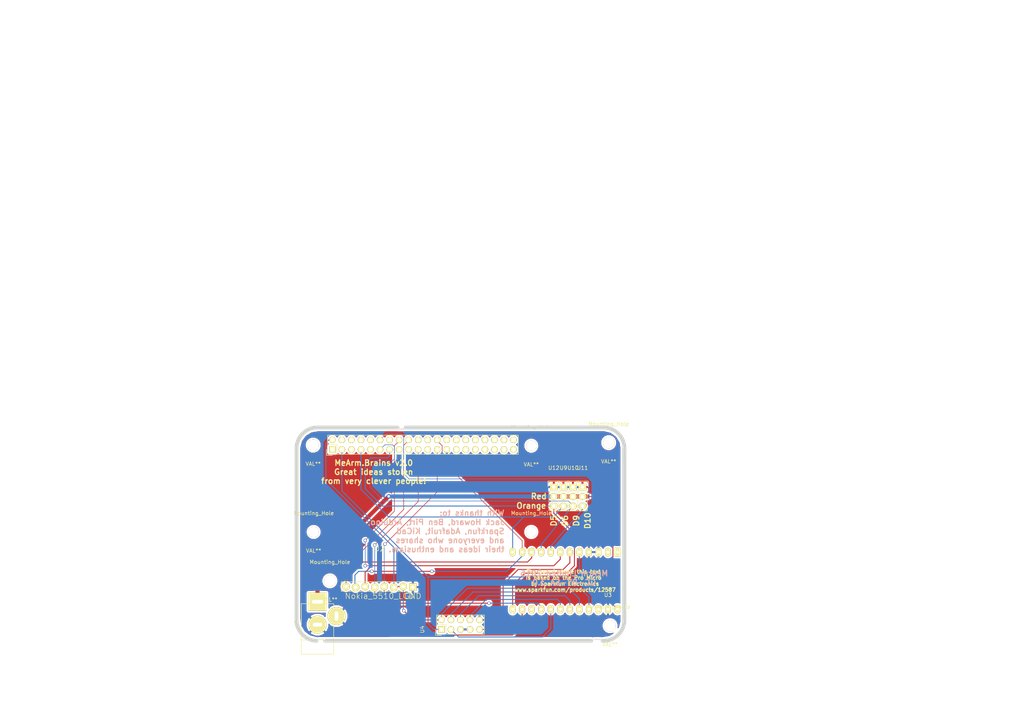
<source format=kicad_pcb>
(kicad_pcb (version 4) (host pcbnew "(2015-01-16 BZR 5376)-product")

  (general
    (links 47)
    (no_connects 2)
    (area 90.934229 71.577999 179.374001 129.537771)
    (thickness 1.6)
    (drawings 31)
    (tracks 180)
    (zones 0)
    (modules 31)
    (nets 51)
  )

  (page A4)
  (layers
    (0 F.Cu signal)
    (1 In1.Cu signal)
    (2 In2.Cu signal)
    (31 B.Cu signal)
    (32 B.Adhes user)
    (33 F.Adhes user)
    (34 B.Paste user)
    (35 F.Paste user)
    (36 B.SilkS user)
    (37 F.SilkS user)
    (38 B.Mask user)
    (39 F.Mask user)
    (40 Dwgs.User user)
    (41 Cmts.User user)
    (42 Eco1.User user)
    (43 Eco2.User user)
    (44 Edge.Cuts user)
    (45 Margin user)
    (46 B.CrtYd user)
    (47 F.CrtYd user)
    (48 B.Fab user)
    (49 F.Fab user)
  )

  (setup
    (last_trace_width 2)
    (user_trace_width 0.1524)
    (user_trace_width 1.1)
    (user_trace_width 2)
    (trace_clearance 0.254)
    (zone_clearance 0.508)
    (zone_45_only no)
    (trace_min 0)
    (segment_width 0.2)
    (edge_width 1)
    (via_size 0.889)
    (via_drill 0.635)
    (via_min_size 0.889)
    (via_min_drill 0.508)
    (uvia_size 0.508)
    (uvia_drill 0.127)
    (uvias_allowed no)
    (uvia_min_size 0.508)
    (uvia_min_drill 0.127)
    (pcb_text_width 0.3)
    (pcb_text_size 1.5 1.5)
    (mod_edge_width 0.15)
    (mod_text_size 1 1)
    (mod_text_width 0.15)
    (pad_size 2.75 2.75)
    (pad_drill 2.75)
    (pad_to_mask_clearance 0)
    (aux_axis_origin 0 0)
    (visible_elements 7FFFFF7F)
    (pcbplotparams
      (layerselection 0x010f0_80000001)
      (usegerberextensions true)
      (excludeedgelayer true)
      (linewidth 0.100000)
      (plotframeref false)
      (viasonmask false)
      (mode 1)
      (useauxorigin false)
      (hpglpennumber 1)
      (hpglpenspeed 20)
      (hpglpendiameter 15)
      (hpglpenoverlay 2)
      (psnegative false)
      (psa4output false)
      (plotreference false)
      (plotvalue false)
      (plotinvisibletext false)
      (padsonsilk false)
      (subtractmaskfromsilk true)
      (outputformat 1)
      (mirror false)
      (drillshape 0)
      (scaleselection 1)
      (outputdirectory Gerbers/))
  )

  (net 0 "")
  (net 1 GND)
  (net 2 +6V)
  (net 3 I2C_SDA)
  (net 4 I2C_SCLK)
  (net 5 BT_TX)
  (net 6 BT_RX)
  (net 7 LCD_DC)
  (net 8 RIGHT)
  (net 9 LEFT)
  (net 10 LCD_RST)
  (net 11 LCD_CE)
  (net 12 WAIST)
  (net 13 CLAW)
  (net 14 MOSI_D16)
  (net 15 MISO_D14)
  (net 16 SCLK_D15)
  (net 17 A0)
  (net 18 A1)
  (net 19 A2)
  (net 20 A3)
  (net 21 RST)
  (net 22 5V)
  (net 23 "Net-(U1-Pad1)")
  (net 24 "Net-(U1-Pad4)")
  (net 25 "Net-(U1-Pad6)")
  (net 26 "Net-(U1-Pad8)")
  (net 27 "Net-(U1-Pad9)")
  (net 28 "Net-(U1-Pad10)")
  (net 29 "Net-(U1-Pad14)")
  (net 30 "Net-(U1-Pad15)")
  (net 31 "Net-(U1-Pad17)")
  (net 32 "Net-(U1-Pad20)")
  (net 33 "Net-(U1-Pad21)")
  (net 34 "Net-(U1-Pad22)")
  (net 35 "Net-(U1-Pad26)")
  (net 36 "Net-(U1-Pad27)")
  (net 37 "Net-(U1-Pad28)")
  (net 38 "Net-(U1-Pad29)")
  (net 39 "Net-(U1-Pad30)")
  (net 40 "Net-(U1-Pad31)")
  (net 41 "Net-(U1-Pad32)")
  (net 42 "Net-(U1-Pad33)")
  (net 43 "Net-(U1-Pad34)")
  (net 44 "Net-(U1-Pad35)")
  (net 45 "Net-(U1-Pad36)")
  (net 46 "Net-(U1-Pad37)")
  (net 47 "Net-(U1-Pad38)")
  (net 48 "Net-(U1-Pad39)")
  (net 49 "Net-(U1-Pad40)")
  (net 50 I2C_SCL)

  (net_class Default "This is the default net class."
    (clearance 0.254)
    (trace_width 0.254)
    (via_dia 0.889)
    (via_drill 0.635)
    (uvia_dia 0.508)
    (uvia_drill 0.127)
    (add_net +6V)
    (add_net 5V)
    (add_net A0)
    (add_net A1)
    (add_net A2)
    (add_net A3)
    (add_net BT_RX)
    (add_net BT_TX)
    (add_net CLAW)
    (add_net GND)
    (add_net I2C_SCL)
    (add_net I2C_SCLK)
    (add_net I2C_SDA)
    (add_net LCD_CE)
    (add_net LCD_DC)
    (add_net LCD_RST)
    (add_net LEFT)
    (add_net MISO_D14)
    (add_net MOSI_D16)
    (add_net "Net-(U1-Pad1)")
    (add_net "Net-(U1-Pad10)")
    (add_net "Net-(U1-Pad14)")
    (add_net "Net-(U1-Pad15)")
    (add_net "Net-(U1-Pad17)")
    (add_net "Net-(U1-Pad20)")
    (add_net "Net-(U1-Pad21)")
    (add_net "Net-(U1-Pad22)")
    (add_net "Net-(U1-Pad26)")
    (add_net "Net-(U1-Pad27)")
    (add_net "Net-(U1-Pad28)")
    (add_net "Net-(U1-Pad29)")
    (add_net "Net-(U1-Pad30)")
    (add_net "Net-(U1-Pad31)")
    (add_net "Net-(U1-Pad32)")
    (add_net "Net-(U1-Pad33)")
    (add_net "Net-(U1-Pad34)")
    (add_net "Net-(U1-Pad35)")
    (add_net "Net-(U1-Pad36)")
    (add_net "Net-(U1-Pad37)")
    (add_net "Net-(U1-Pad38)")
    (add_net "Net-(U1-Pad39)")
    (add_net "Net-(U1-Pad4)")
    (add_net "Net-(U1-Pad40)")
    (add_net "Net-(U1-Pad6)")
    (add_net "Net-(U1-Pad8)")
    (add_net "Net-(U1-Pad9)")
    (add_net RIGHT)
    (add_net RST)
    (add_net SCLK_D15)
    (add_net WAIST)
  )

  (module Brains:Mounting_Hole (layer F.Cu) (tedit 56E7EBA9) (tstamp 56E7EEA2)
    (at 154 100)
    (fp_text reference Mounting_Hole (at 0 -5) (layer F.SilkS)
      (effects (font (size 1 1) (thickness 0.15)))
    )
    (fp_text value VAL** (at 0 5) (layer F.SilkS)
      (effects (font (size 1 1) (thickness 0.15)))
    )
    (pad "" thru_hole circle (at 0 0) (size 2.75 2.75) (drill 2.75) (layers *.Cu *.Mask F.SilkS))
  )

  (module Brains:Mounting_Hole (layer F.Cu) (tedit 56E7EBA9) (tstamp 56E7EEA1)
    (at 154 77)
    (fp_text reference Mounting_Hole (at 0 -5) (layer F.SilkS)
      (effects (font (size 1 1) (thickness 0.15)))
    )
    (fp_text value VAL** (at 0 5) (layer F.SilkS)
      (effects (font (size 1 1) (thickness 0.15)))
    )
    (pad "" thru_hole circle (at 0 0) (size 2.75 2.75) (drill 2.75) (layers *.Cu *.Mask F.SilkS))
  )

  (module Brains:Mounting_Hole (layer F.Cu) (tedit 56E7EBA9) (tstamp 56E7EE5C)
    (at 96 100)
    (fp_text reference Mounting_Hole (at 0 -5) (layer F.SilkS)
      (effects (font (size 1 1) (thickness 0.15)))
    )
    (fp_text value VAL** (at 0 5) (layer F.SilkS)
      (effects (font (size 1 1) (thickness 0.15)))
    )
    (pad "" thru_hole circle (at 0 0) (size 2.75 2.75) (drill 2.75) (layers *.Cu *.Mask F.SilkS))
  )

  (module Sockets_DIP:DIP-24__600_ELL (layer F.Cu) (tedit 5579B4B4) (tstamp 55115D2A)
    (at 163 113 180)
    (descr "24 pins DIL package, elliptical pads")
    (tags DIL)
    (path /550C12FC)
    (fp_text reference U3 (at -11.43 -3.81 180) (layer F.SilkS)
      (effects (font (size 1 1) (thickness 0.15)))
    )
    (fp_text value promicro (at 0 2.54 180) (layer F.Fab)
      (effects (font (size 1 1) (thickness 0.15)))
    )
    (pad 1 thru_hole rect (at -13.97 7.62 180) (size 1.5748 2.286) (drill 0.8128) (layers *.Cu *.Mask F.SilkS)
      (net 5 BT_TX))
    (pad 2 thru_hole oval (at -11.43 7.62 180) (size 1.5748 2.286) (drill 0.8128) (layers *.Cu *.Mask F.SilkS)
      (net 6 BT_RX))
    (pad 3 thru_hole oval (at -8.89 7.62 180) (size 1.5748 2.286) (drill 0.8128) (layers *.Cu *.Mask F.SilkS)
      (net 1 GND))
    (pad 4 thru_hole oval (at -6.35 7.62 180) (size 1.5748 2.286) (drill 0.8128) (layers *.Cu *.Mask F.SilkS)
      (net 1 GND))
    (pad 5 thru_hole oval (at -3.81 7.62 180) (size 1.5748 2.286) (drill 0.8128) (layers *.Cu *.Mask F.SilkS)
      (net 3 I2C_SDA))
    (pad 6 thru_hole oval (at -1.27 7.62 180) (size 1.5748 2.286) (drill 0.8128) (layers *.Cu *.Mask F.SilkS)
      (net 4 I2C_SCLK))
    (pad 7 thru_hole oval (at 1.27 7.62 180) (size 1.5748 2.286) (drill 0.8128) (layers *.Cu *.Mask F.SilkS)
      (net 7 LCD_DC))
    (pad 8 thru_hole oval (at 3.81 7.62 180) (size 1.5748 2.286) (drill 0.8128) (layers *.Cu *.Mask F.SilkS)
      (net 8 RIGHT))
    (pad 9 thru_hole oval (at 6.35 7.62 180) (size 1.5748 2.286) (drill 0.8128) (layers *.Cu *.Mask F.SilkS)
      (net 9 LEFT))
    (pad 10 thru_hole oval (at 8.89 7.62 180) (size 1.5748 2.286) (drill 0.8128) (layers *.Cu *.Mask F.SilkS)
      (net 10 LCD_RST))
    (pad 11 thru_hole oval (at 11.43 7.62 180) (size 1.5748 2.286) (drill 0.8128) (layers *.Cu *.Mask F.SilkS)
      (net 11 LCD_CE))
    (pad 12 thru_hole oval (at 13.97 7.62 180) (size 1.5748 2.286) (drill 0.8128) (layers *.Cu *.Mask F.SilkS)
      (net 12 WAIST))
    (pad 13 thru_hole oval (at 13.97 -7.62 180) (size 1.5748 2.286) (drill 0.8128) (layers *.Cu *.Mask F.SilkS)
      (net 13 CLAW))
    (pad 14 thru_hole oval (at 11.43 -7.62 180) (size 1.5748 2.286) (drill 0.8128) (layers *.Cu *.Mask F.SilkS)
      (net 14 MOSI_D16))
    (pad 15 thru_hole oval (at 8.89 -7.62 180) (size 1.5748 2.286) (drill 0.8128) (layers *.Cu *.Mask F.SilkS)
      (net 15 MISO_D14))
    (pad 16 thru_hole oval (at 6.35 -7.62 180) (size 1.5748 2.286) (drill 0.8128) (layers *.Cu *.Mask F.SilkS)
      (net 16 SCLK_D15))
    (pad 17 thru_hole oval (at 3.81 -7.62 180) (size 1.5748 2.286) (drill 0.8128) (layers *.Cu *.Mask F.SilkS)
      (net 17 A0))
    (pad 18 thru_hole oval (at 1.27 -7.62 180) (size 1.5748 2.286) (drill 0.8128) (layers *.Cu *.Mask F.SilkS)
      (net 18 A1))
    (pad 19 thru_hole oval (at -1.27 -7.62 180) (size 1.5748 2.286) (drill 0.8128) (layers *.Cu *.Mask F.SilkS)
      (net 19 A2))
    (pad 20 thru_hole oval (at -3.81 -7.62 180) (size 1.5748 2.286) (drill 0.8128) (layers *.Cu *.Mask F.SilkS)
      (net 20 A3))
    (pad 21 thru_hole oval (at -6.35 -7.62 180) (size 1.5748 2.286) (drill 0.8128) (layers *.Cu *.Mask F.SilkS)
      (net 22 5V))
    (pad 22 thru_hole oval (at -8.89 -7.62 180) (size 1.5748 2.286) (drill 0.8128) (layers *.Cu *.Mask F.SilkS)
      (net 21 RST))
    (pad 23 thru_hole oval (at -11.43 -7.62 180) (size 1.5748 2.286) (drill 0.8128) (layers *.Cu *.Mask F.SilkS)
      (net 1 GND))
    (pad 24 thru_hole oval (at -13.97 -7.62 180) (size 1.5748 2.286) (drill 0.8128) (layers *.Cu *.Mask F.SilkS)
      (net 2 +6V))
    (model Sockets_DIP.3dshapes/DIP-24__600_ELL.wrl
      (at (xyz 0 0 0))
      (scale (xyz 1 1 1))
      (rotate (xyz 0 0 0))
    )
  )

  (module Brains:TinyDrillHole (layer F.Cu) (tedit 5579B018) (tstamp 5579B5B3)
    (at 98.933 128.651)
    (fp_text reference "" (at 0 0) (layer F.SilkS)
      (effects (font (size 1 1) (thickness 0.15)))
    )
    (fp_text value "" (at 0 0 90) (layer F.SilkS)
      (effects (font (size 1 1) (thickness 0.15)))
    )
    (pad 2 thru_hole circle (at 0 0) (size 0.3 0.3) (drill 0.3) (layers *.Cu *.Mask F.SilkS))
  )

  (module Brains:TinyDrillHole (layer F.Cu) (tedit 5579B018) (tstamp 5579B5AF)
    (at 98.552 128.651)
    (fp_text reference "" (at 0 0) (layer F.SilkS)
      (effects (font (size 1 1) (thickness 0.15)))
    )
    (fp_text value "" (at 0 0 90) (layer F.SilkS)
      (effects (font (size 1 1) (thickness 0.15)))
    )
    (pad 2 thru_hole circle (at 0 0) (size 0.3 0.3) (drill 0.3) (layers *.Cu *.Mask F.SilkS))
  )

  (module Brains:TinyDrillHole (layer F.Cu) (tedit 5579B018) (tstamp 5579B5AB)
    (at 98.171 128.651)
    (fp_text reference "" (at 0 0) (layer F.SilkS)
      (effects (font (size 1 1) (thickness 0.15)))
    )
    (fp_text value "" (at 0 0 90) (layer F.SilkS)
      (effects (font (size 1 1) (thickness 0.15)))
    )
    (pad 2 thru_hole circle (at 0 0) (size 0.3 0.3) (drill 0.3) (layers *.Cu *.Mask F.SilkS))
  )

  (module Brains:TinyDrillHole (layer F.Cu) (tedit 5579B018) (tstamp 5579B5A7)
    (at 97.79 128.651)
    (fp_text reference "" (at 0 0) (layer F.SilkS)
      (effects (font (size 1 1) (thickness 0.15)))
    )
    (fp_text value "" (at 0 0 90) (layer F.SilkS)
      (effects (font (size 1 1) (thickness 0.15)))
    )
    (pad 2 thru_hole circle (at 0 0) (size 0.3 0.3) (drill 0.3) (layers *.Cu *.Mask F.SilkS))
  )

  (module TinyDrillHole (layer F.Cu) (tedit 5579B018) (tstamp 5579B5A3)
    (at 97.409 128.651)
    (fp_text reference "" (at 0 0) (layer F.SilkS)
      (effects (font (size 1 1) (thickness 0.15)))
    )
    (fp_text value "" (at 0 0 90) (layer F.SilkS)
      (effects (font (size 1 1) (thickness 0.15)))
    )
    (pad 2 thru_hole circle (at 0 0) (size 0.3 0.3) (drill 0.3) (layers *.Cu *.Mask F.SilkS))
  )

  (module Brains:TinyDrillHole (layer F.Cu) (tedit 5579B018) (tstamp 5579B58B)
    (at 172.339 128.651)
    (fp_text reference "" (at 0 0) (layer F.SilkS)
      (effects (font (size 1 1) (thickness 0.15)))
    )
    (fp_text value "" (at 0 0 90) (layer F.SilkS)
      (effects (font (size 1 1) (thickness 0.15)))
    )
    (pad 2 thru_hole circle (at 0 0) (size 0.3 0.3) (drill 0.3) (layers *.Cu *.Mask F.SilkS))
  )

  (module Brains:TinyDrillHole (layer F.Cu) (tedit 5579B018) (tstamp 5579B587)
    (at 171.958 128.651)
    (fp_text reference "" (at 0 0) (layer F.SilkS)
      (effects (font (size 1 1) (thickness 0.15)))
    )
    (fp_text value "" (at 0 0 90) (layer F.SilkS)
      (effects (font (size 1 1) (thickness 0.15)))
    )
    (pad 2 thru_hole circle (at 0 0) (size 0.3 0.3) (drill 0.3) (layers *.Cu *.Mask F.SilkS))
  )

  (module Brains:TinyDrillHole (layer F.Cu) (tedit 5579B018) (tstamp 5579B583)
    (at 171.577 128.651)
    (fp_text reference "" (at 0 0) (layer F.SilkS)
      (effects (font (size 1 1) (thickness 0.15)))
    )
    (fp_text value "" (at 0 0 90) (layer F.SilkS)
      (effects (font (size 1 1) (thickness 0.15)))
    )
    (pad 2 thru_hole circle (at 0 0) (size 0.3 0.3) (drill 0.3) (layers *.Cu *.Mask F.SilkS))
  )

  (module Brains:TinyDrillHole (layer F.Cu) (tedit 5579B018) (tstamp 5579B57F)
    (at 171.196 128.651)
    (fp_text reference "" (at 0 0) (layer F.SilkS)
      (effects (font (size 1 1) (thickness 0.15)))
    )
    (fp_text value "" (at 0 0 90) (layer F.SilkS)
      (effects (font (size 1 1) (thickness 0.15)))
    )
    (pad 2 thru_hole circle (at 0 0) (size 0.3 0.3) (drill 0.3) (layers *.Cu *.Mask F.SilkS))
  )

  (module TinyDrillHole (layer F.Cu) (tedit 5579B018) (tstamp 5579B57B)
    (at 170.815 128.651)
    (fp_text reference "" (at 0 0) (layer F.SilkS)
      (effects (font (size 1 1) (thickness 0.15)))
    )
    (fp_text value "" (at 0 0 90) (layer F.SilkS)
      (effects (font (size 1 1) (thickness 0.15)))
    )
    (pad 2 thru_hole circle (at 0 0) (size 0.3 0.3) (drill 0.3) (layers *.Cu *.Mask F.SilkS))
  )

  (module TinyDrillHole (layer F.Cu) (tedit 5579B018) (tstamp 55798979)
    (at 118.618 72.517)
    (fp_text reference "" (at 0 0) (layer F.SilkS)
      (effects (font (size 1 1) (thickness 0.15)))
    )
    (fp_text value "" (at 0 0 90) (layer F.SilkS)
      (effects (font (size 1 1) (thickness 0.15)))
    )
    (pad 2 thru_hole circle (at 0 0) (size 0.3 0.3) (drill 0.3) (layers *.Cu *.Mask F.SilkS))
  )

  (module Brains:Nokia5510LCD (layer F.Cu) (tedit 55794FD9) (tstamp 553F5A70)
    (at 113.538 112.014)
    (path /550BFF9E)
    (fp_text reference U2 (at 0 -7.62) (layer F.SilkS)
      (effects (font (size 1.5 1.5) (thickness 0.15)))
    )
    (fp_text value Nokia_5510_LCD (at 0 5.08) (layer F.SilkS)
      (effects (font (size 1.5 1.5) (thickness 0.15)))
    )
    (fp_text user GND (at 8.89 5.08) (layer F.SilkS)
      (effects (font (size 1.5 1.5) (thickness 0.15)))
    )
    (fp_line (start -10.16 1.27) (end 7.62 1.27) (layer F.SilkS) (width 0.15))
    (fp_line (start -10.16 1.27) (end -10.16 3.81) (layer F.SilkS) (width 0.15))
    (fp_line (start -10.16 3.81) (end 7.62 3.81) (layer F.SilkS) (width 0.15))
    (pad 1 thru_hole circle (at -8.89 2.54) (size 2 2) (drill 0.9) (layers *.Cu *.Mask F.SilkS)
      (net 10 LCD_RST))
    (pad 2 thru_hole circle (at -6.35 2.75) (size 2 2) (drill 1) (layers *.Cu *.Mask F.SilkS)
      (net 11 LCD_CE))
    (pad 3 thru_hole circle (at -3.81 2.54) (size 2 2) (drill 1) (layers *.Cu *.Mask F.SilkS)
      (net 7 LCD_DC))
    (pad 4 thru_hole circle (at -1.25 2.75) (size 2 2) (drill 1) (layers *.Cu *.Mask F.SilkS)
      (net 14 MOSI_D16))
    (pad 5 thru_hole circle (at 1.27 2.54) (size 2 2) (drill 1) (layers *.Cu *.Mask F.SilkS)
      (net 16 SCLK_D15))
    (pad 6 thru_hole circle (at 3.85 2.75) (size 2 2) (drill 1) (layers *.Cu *.Mask F.SilkS)
      (net 22 5V))
    (pad 7 thru_hole circle (at 6.35 2.54) (size 2 2) (drill 1) (layers *.Cu *.Mask F.SilkS)
      (net 22 5V))
    (pad 8 thru_hole rect (at 8.9 2.7) (size 2 2) (drill 1) (layers *.Cu *.Mask F.SilkS)
      (net 1 GND))
  )

  (module Pin_Headers:Pin_Header_Straight_2x05 (layer F.Cu) (tedit 55685E74) (tstamp 55115D44)
    (at 130.048 125.984 90)
    (descr "Through hole pin header")
    (tags "pin header")
    (path /550C095A)
    (fp_text reference U4 (at 0 -5.1 90) (layer F.SilkS)
      (effects (font (size 1 1) (thickness 0.15)))
    )
    (fp_text value JoyConnectISP (at -3.556 5.207 360) (layer F.Fab)
      (effects (font (size 1 1) (thickness 0.15)))
    )
    (fp_line (start -1.75 -1.75) (end -1.75 11.95) (layer F.CrtYd) (width 0.05))
    (fp_line (start 4.3 -1.75) (end 4.3 11.95) (layer F.CrtYd) (width 0.05))
    (fp_line (start -1.75 -1.75) (end 4.3 -1.75) (layer F.CrtYd) (width 0.05))
    (fp_line (start -1.75 11.95) (end 4.3 11.95) (layer F.CrtYd) (width 0.05))
    (fp_line (start 3.81 -1.27) (end 3.81 11.43) (layer F.SilkS) (width 0.15))
    (fp_line (start 3.81 11.43) (end -1.27 11.43) (layer F.SilkS) (width 0.15))
    (fp_line (start -1.27 11.43) (end -1.27 1.27) (layer F.SilkS) (width 0.15))
    (fp_line (start 3.81 -1.27) (end 1.27 -1.27) (layer F.SilkS) (width 0.15))
    (fp_line (start 0 -1.55) (end -1.55 -1.55) (layer F.SilkS) (width 0.15))
    (fp_line (start 1.27 -1.27) (end 1.27 1.27) (layer F.SilkS) (width 0.15))
    (fp_line (start 1.27 1.27) (end -1.27 1.27) (layer F.SilkS) (width 0.15))
    (fp_line (start -1.55 -1.55) (end -1.55 0) (layer F.SilkS) (width 0.15))
    (pad 1 thru_hole rect (at 0 0 90) (size 1.7272 1.7272) (drill 1.016) (layers *.Cu *.Mask F.SilkS)
      (net 3 I2C_SDA))
    (pad 2 thru_hole oval (at 2.54 0 90) (size 1.7272 1.7272) (drill 1.016) (layers *.Cu *.Mask F.SilkS)
      (net 22 5V))
    (pad 3 thru_hole oval (at 0 2.54 90) (size 1.7272 1.7272) (drill 1.016) (layers *.Cu *.Mask F.SilkS)
      (net 17 A0))
    (pad 4 thru_hole oval (at 2.54 2.54 90) (size 1.7272 1.7272) (drill 1.016) (layers *.Cu *.Mask F.SilkS)
      (net 20 A3))
    (pad 5 thru_hole oval (at 0 5.08 90) (size 1.7272 1.7272) (drill 1.016) (layers *.Cu *.Mask F.SilkS)
      (net 1 GND))
    (pad 6 thru_hole oval (at 2.54 5.08 90) (size 1.7272 1.7272) (drill 1.016) (layers *.Cu *.Mask F.SilkS)
      (net 19 A2))
    (pad 7 thru_hole oval (at 0 7.62 90) (size 1.7272 1.7272) (drill 1.016) (layers *.Cu *.Mask F.SilkS)
      (net 1 GND))
    (pad 8 thru_hole oval (at 2.54 7.62 90) (size 1.7272 1.7272) (drill 1.016) (layers *.Cu *.Mask F.SilkS)
      (net 18 A1))
    (pad 9 thru_hole oval (at 0 10.16 90) (size 1.7272 1.7272) (drill 1.016) (layers *.Cu *.Mask F.SilkS)
      (net 4 I2C_SCLK))
    (pad 10 thru_hole oval (at 2.54 10.16 90) (size 1.7272 1.7272) (drill 1.016) (layers *.Cu *.Mask F.SilkS)
      (net 1 GND))
    (model Pin_Headers.3dshapes/Pin_Header_Straight_2x05.wrl
      (at (xyz 0.05 -0.2 0))
      (scale (xyz 1 1 1))
      (rotate (xyz 0 0 90))
    )
  )

  (module Connect:JACK_ALIM (layer F.Cu) (tedit 55794F2D) (tstamp 55115D4B)
    (at 97.028 124.714 90)
    (descr "module 1 pin (ou trou mecanique de percage)")
    (tags "CONN JACK")
    (path /550C0A0B)
    (fp_text reference U5 (at 0.254 -5.588 90) (layer F.SilkS)
      (effects (font (size 1 1) (thickness 0.15)))
    )
    (fp_text value JACK_2MM1 (at -5.08 5.588 90) (layer F.Fab)
      (effects (font (size 1 1) (thickness 0.15)))
    )
    (fp_line (start -7.112 -4.318) (end -7.874 -4.318) (layer F.SilkS) (width 0.15))
    (fp_line (start -7.874 -4.318) (end -7.874 4.318) (layer F.SilkS) (width 0.15))
    (fp_line (start -7.874 4.318) (end -7.112 4.318) (layer F.SilkS) (width 0.15))
    (fp_line (start -4.064 -4.318) (end -4.064 4.318) (layer F.SilkS) (width 0.15))
    (fp_line (start 5.588 -4.318) (end 5.588 4.318) (layer F.SilkS) (width 0.15))
    (fp_line (start -7.112 4.318) (end 5.588 4.318) (layer F.SilkS) (width 0.15))
    (fp_line (start -7.112 -4.318) (end 5.588 -4.318) (layer F.SilkS) (width 0.15))
    (pad 2 thru_hole circle (at 0 0 90) (size 4.8006 4.8006) (drill oval 1.016 2.54) (layers *.Cu *.Mask F.SilkS)
      (net 1 GND))
    (pad 1 thru_hole rect (at 6.096 0 90) (size 4.8006 4.8006) (drill oval 1.016 3) (layers *.Cu *.Mask F.SilkS)
      (net 2 +6V))
    (pad 3 thru_hole circle (at 2.286 5.08 90) (size 4.8006 4.8006) (drill oval 2.54 1.016) (layers *.Cu *.Mask F.SilkS)
      (net 1 GND))
    (model Connect.3dshapes/JACK_ALIM.wrl
      (at (xyz 0 0 0))
      (scale (xyz 0.8 0.8 0.8))
      (rotate (xyz 0 0 0))
    )
  )

  (module Pin_Headers:Pin_Header_Straight_1x03 (layer F.Cu) (tedit 557964A9) (tstamp 56EFFC93)
    (at 162.56 88.011)
    (descr "Through hole pin header")
    (tags "pin header")
    (path /550C0236)
    (fp_text reference U9 (at 0 -5.1) (layer F.SilkS)
      (effects (font (size 1 1) (thickness 0.15)))
    )
    (fp_text value Servo (at 0 -3.1) (layer F.Fab)
      (effects (font (size 1 1) (thickness 0.15)))
    )
    (fp_line (start -1.75 -1.75) (end -1.75 6.85) (layer F.CrtYd) (width 0.05))
    (fp_line (start 1.75 -1.75) (end 1.75 6.85) (layer F.CrtYd) (width 0.05))
    (fp_line (start -1.75 -1.75) (end 1.75 -1.75) (layer F.CrtYd) (width 0.05))
    (fp_line (start -1.75 6.85) (end 1.75 6.85) (layer F.CrtYd) (width 0.05))
    (fp_line (start -1.27 1.27) (end -1.27 6.35) (layer F.SilkS) (width 0.15))
    (fp_line (start -1.27 6.35) (end 1.27 6.35) (layer F.SilkS) (width 0.15))
    (fp_line (start 1.27 6.35) (end 1.27 1.27) (layer F.SilkS) (width 0.15))
    (fp_line (start 1.55 -1.55) (end 1.55 0) (layer F.SilkS) (width 0.15))
    (fp_line (start 1.27 1.27) (end -1.27 1.27) (layer F.SilkS) (width 0.15))
    (fp_line (start -1.55 0) (end -1.55 -1.55) (layer F.SilkS) (width 0.15))
    (fp_line (start -1.55 -1.55) (end 1.55 -1.55) (layer F.SilkS) (width 0.15))
    (pad 1 thru_hole rect (at 0 0) (size 2.032 1.7272) (drill 1.016) (layers *.Cu *.Mask F.SilkS)
      (net 1 GND))
    (pad 2 thru_hole oval (at 0 2.54) (size 2.032 1.7272) (drill 1.016) (layers *.Cu *.Mask F.SilkS)
      (net 2 +6V))
    (pad 3 thru_hole oval (at 0 5.08) (size 2.032 1.7272) (drill 1.016) (layers *.Cu *.Mask F.SilkS)
      (net 12 WAIST))
    (model Pin_Headers.3dshapes/Pin_Header_Straight_1x03.wrl
      (at (xyz 0 -0.1 0))
      (scale (xyz 1 1 1))
      (rotate (xyz 0 0 90))
    )
  )

  (module Pin_Headers:Pin_Header_Straight_1x03 (layer F.Cu) (tedit 557964AD) (tstamp 55115DA3)
    (at 165.1 88.011)
    (descr "Through hole pin header")
    (tags "pin header")
    (path /550C01D9)
    (fp_text reference U10 (at 0 -5.1) (layer F.SilkS)
      (effects (font (size 1 1) (thickness 0.15)))
    )
    (fp_text value Servo (at 0 -3.1) (layer F.Fab)
      (effects (font (size 1 1) (thickness 0.15)))
    )
    (fp_line (start -1.75 -1.75) (end -1.75 6.85) (layer F.CrtYd) (width 0.05))
    (fp_line (start 1.75 -1.75) (end 1.75 6.85) (layer F.CrtYd) (width 0.05))
    (fp_line (start -1.75 -1.75) (end 1.75 -1.75) (layer F.CrtYd) (width 0.05))
    (fp_line (start -1.75 6.85) (end 1.75 6.85) (layer F.CrtYd) (width 0.05))
    (fp_line (start -1.27 1.27) (end -1.27 6.35) (layer F.SilkS) (width 0.15))
    (fp_line (start -1.27 6.35) (end 1.27 6.35) (layer F.SilkS) (width 0.15))
    (fp_line (start 1.27 6.35) (end 1.27 1.27) (layer F.SilkS) (width 0.15))
    (fp_line (start 1.55 -1.55) (end 1.55 0) (layer F.SilkS) (width 0.15))
    (fp_line (start 1.27 1.27) (end -1.27 1.27) (layer F.SilkS) (width 0.15))
    (fp_line (start -1.55 0) (end -1.55 -1.55) (layer F.SilkS) (width 0.15))
    (fp_line (start -1.55 -1.55) (end 1.55 -1.55) (layer F.SilkS) (width 0.15))
    (pad 1 thru_hole rect (at 0 0) (size 2.032 1.7272) (drill 1.016) (layers *.Cu *.Mask F.SilkS)
      (net 1 GND))
    (pad 2 thru_hole oval (at 0 2.54) (size 2.032 1.7272) (drill 1.016) (layers *.Cu *.Mask F.SilkS)
      (net 2 +6V))
    (pad 3 thru_hole oval (at 0 5.08) (size 2.032 1.7272) (drill 1.016) (layers *.Cu *.Mask F.SilkS)
      (net 9 LEFT))
    (model Pin_Headers.3dshapes/Pin_Header_Straight_1x03.wrl
      (at (xyz 0 -0.1 0))
      (scale (xyz 1 1 1))
      (rotate (xyz 0 0 90))
    )
  )

  (module Pin_Headers:Pin_Header_Straight_1x03 (layer F.Cu) (tedit 557964B3) (tstamp 55115DB5)
    (at 167.64 88.011)
    (descr "Through hole pin header")
    (tags "pin header")
    (path /550C0186)
    (fp_text reference U11 (at 0 -5.1) (layer F.SilkS)
      (effects (font (size 1 1) (thickness 0.15)))
    )
    (fp_text value Servo (at 0 -3.1) (layer F.Fab)
      (effects (font (size 1 1) (thickness 0.15)))
    )
    (fp_line (start -1.75 -1.75) (end -1.75 6.85) (layer F.CrtYd) (width 0.05))
    (fp_line (start 1.75 -1.75) (end 1.75 6.85) (layer F.CrtYd) (width 0.05))
    (fp_line (start -1.75 -1.75) (end 1.75 -1.75) (layer F.CrtYd) (width 0.05))
    (fp_line (start -1.75 6.85) (end 1.75 6.85) (layer F.CrtYd) (width 0.05))
    (fp_line (start -1.27 1.27) (end -1.27 6.35) (layer F.SilkS) (width 0.15))
    (fp_line (start -1.27 6.35) (end 1.27 6.35) (layer F.SilkS) (width 0.15))
    (fp_line (start 1.27 6.35) (end 1.27 1.27) (layer F.SilkS) (width 0.15))
    (fp_line (start 1.55 -1.55) (end 1.55 0) (layer F.SilkS) (width 0.15))
    (fp_line (start 1.27 1.27) (end -1.27 1.27) (layer F.SilkS) (width 0.15))
    (fp_line (start -1.55 0) (end -1.55 -1.55) (layer F.SilkS) (width 0.15))
    (fp_line (start -1.55 -1.55) (end 1.55 -1.55) (layer F.SilkS) (width 0.15))
    (pad 1 thru_hole rect (at 0 0) (size 2.032 1.7272) (drill 1.016) (layers *.Cu *.Mask F.SilkS)
      (net 1 GND))
    (pad 2 thru_hole oval (at 0 2.54) (size 2.032 1.7272) (drill 1.016) (layers *.Cu *.Mask F.SilkS)
      (net 2 +6V))
    (pad 3 thru_hole oval (at 0 5.08) (size 2.032 1.7272) (drill 1.016) (layers *.Cu *.Mask F.SilkS)
      (net 8 RIGHT))
    (model Pin_Headers.3dshapes/Pin_Header_Straight_1x03.wrl
      (at (xyz 0 -0.1 0))
      (scale (xyz 1 1 1))
      (rotate (xyz 0 0 90))
    )
  )

  (module Pin_Headers:Pin_Header_Straight_1x03 (layer F.Cu) (tedit 557964A3) (tstamp 553FA077)
    (at 160 88)
    (descr "Through hole pin header")
    (tags "pin header")
    (path /550C0141)
    (fp_text reference U12 (at 0 -5.1) (layer F.SilkS)
      (effects (font (size 1 1) (thickness 0.15)))
    )
    (fp_text value Servo (at 0 -3.1) (layer F.Fab)
      (effects (font (size 1 1) (thickness 0.15)))
    )
    (fp_line (start -1.75 -1.75) (end -1.75 6.85) (layer F.CrtYd) (width 0.05))
    (fp_line (start 1.75 -1.75) (end 1.75 6.85) (layer F.CrtYd) (width 0.05))
    (fp_line (start -1.75 -1.75) (end 1.75 -1.75) (layer F.CrtYd) (width 0.05))
    (fp_line (start -1.75 6.85) (end 1.75 6.85) (layer F.CrtYd) (width 0.05))
    (fp_line (start -1.27 1.27) (end -1.27 6.35) (layer F.SilkS) (width 0.15))
    (fp_line (start -1.27 6.35) (end 1.27 6.35) (layer F.SilkS) (width 0.15))
    (fp_line (start 1.27 6.35) (end 1.27 1.27) (layer F.SilkS) (width 0.15))
    (fp_line (start 1.55 -1.55) (end 1.55 0) (layer F.SilkS) (width 0.15))
    (fp_line (start 1.27 1.27) (end -1.27 1.27) (layer F.SilkS) (width 0.15))
    (fp_line (start -1.55 0) (end -1.55 -1.55) (layer F.SilkS) (width 0.15))
    (fp_line (start -1.55 -1.55) (end 1.55 -1.55) (layer F.SilkS) (width 0.15))
    (pad 1 thru_hole rect (at 0 0) (size 2.032 1.7272) (drill 1.016) (layers *.Cu *.Mask F.SilkS)
      (net 1 GND))
    (pad 2 thru_hole oval (at 0 2.54) (size 2.032 1.7272) (drill 1.016) (layers *.Cu *.Mask F.SilkS)
      (net 2 +6V))
    (pad 3 thru_hole oval (at 0 5.08) (size 2.032 1.7272) (drill 1.016) (layers *.Cu *.Mask F.SilkS)
      (net 13 CLAW))
    (model Pin_Headers.3dshapes/Pin_Header_Straight_1x03.wrl
      (at (xyz 0 -0.1 0))
      (scale (xyz 1 1 1))
      (rotate (xyz 0 0 90))
    )
  )

  (module Brains:Mounting_Hole (layer F.Cu) (tedit 56D04CA1) (tstamp 56E7EE9B)
    (at 95.885 76.835)
    (fp_text reference "" (at 0 -5) (layer F.SilkS)
      (effects (font (size 1 1) (thickness 0.15)))
    )
    (fp_text value VAL** (at 0 5) (layer F.SilkS)
      (effects (font (size 1 1) (thickness 0.15)))
    )
    (pad "" thru_hole circle (at 0 0) (size 3 3) (drill 3) (layers *.Cu *.Mask F.SilkS))
  )

  (module Brains:Mounting_Hole (layer F.Cu) (tedit 56D04CB3) (tstamp 56E7EE95)
    (at 174.625 76.2)
    (fp_text reference Mounting_Hole (at 0 -5) (layer F.SilkS)
      (effects (font (size 1 1) (thickness 0.15)))
    )
    (fp_text value VAL** (at 0 5) (layer F.SilkS)
      (effects (font (size 1 1) (thickness 0.15)))
    )
    (pad "" thru_hole circle (at 0 0) (size 3 3) (drill 3) (layers *.Cu *.Mask F.SilkS))
  )

  (module Brains:Mounting_Hole (layer F.Cu) (tedit 56D04CA7) (tstamp 553FB07A)
    (at 100.33 113.03)
    (fp_text reference Mounting_Hole (at 0 -5) (layer F.SilkS)
      (effects (font (size 1 1) (thickness 0.15)))
    )
    (fp_text value VAL** (at 0 5) (layer F.SilkS)
      (effects (font (size 1 1) (thickness 0.15)))
    )
    (pad "" thru_hole circle (at 0 0) (size 3 3) (drill 3) (layers *.Cu *.Mask F.SilkS))
  )

  (module Brains:Mounting_Hole (layer F.Cu) (tedit 56D04CAD) (tstamp 553FB083)
    (at 175 125)
    (fp_text reference Mounting_Hole (at 0 -5) (layer F.SilkS)
      (effects (font (size 1 1) (thickness 0.15)))
    )
    (fp_text value VAL** (at 0 5) (layer F.SilkS)
      (effects (font (size 1 1) (thickness 0.15)))
    )
    (pad "" thru_hole circle (at 0 0) (size 3 3) (drill 3) (layers *.Cu *.Mask F.SilkS))
  )

  (module Brains:TinyDrillHole (layer F.Cu) (tedit 5579B018) (tstamp 5579B55B)
    (at 118.999 72.517)
    (fp_text reference "" (at 0 0) (layer F.SilkS)
      (effects (font (size 1 1) (thickness 0.15)))
    )
    (fp_text value "" (at 0 0 90) (layer F.SilkS)
      (effects (font (size 1 1) (thickness 0.15)))
    )
    (pad 2 thru_hole circle (at 0 0) (size 0.3 0.3) (drill 0.3) (layers *.Cu *.Mask F.SilkS))
  )

  (module Brains:TinyDrillHole (layer F.Cu) (tedit 5579B018) (tstamp 5579B564)
    (at 119.38 72.517)
    (fp_text reference "" (at 0 0) (layer F.SilkS)
      (effects (font (size 1 1) (thickness 0.15)))
    )
    (fp_text value "" (at 0 0 90) (layer F.SilkS)
      (effects (font (size 1 1) (thickness 0.15)))
    )
    (pad 2 thru_hole circle (at 0 0) (size 0.3 0.3) (drill 0.3) (layers *.Cu *.Mask F.SilkS))
  )

  (module Brains:TinyDrillHole (layer F.Cu) (tedit 5579B018) (tstamp 5579B56D)
    (at 119.761 72.517)
    (fp_text reference "" (at 0 0) (layer F.SilkS)
      (effects (font (size 1 1) (thickness 0.15)))
    )
    (fp_text value "" (at 0 0 90) (layer F.SilkS)
      (effects (font (size 1 1) (thickness 0.15)))
    )
    (pad 2 thru_hole circle (at 0 0) (size 0.3 0.3) (drill 0.3) (layers *.Cu *.Mask F.SilkS))
  )

  (module Brains:TinyDrillHole (layer F.Cu) (tedit 5579B018) (tstamp 5579B576)
    (at 120.142 72.517)
    (fp_text reference "" (at 0 0) (layer F.SilkS)
      (effects (font (size 1 1) (thickness 0.15)))
    )
    (fp_text value "" (at 0 0 90) (layer F.SilkS)
      (effects (font (size 1 1) (thickness 0.15)))
    )
    (pad 2 thru_hole circle (at 0 0) (size 0.3 0.3) (drill 0.3) (layers *.Cu *.Mask F.SilkS))
  )

  (module Pin_Headers:Pin_Header_Straight_2x20 (layer F.Cu) (tedit 0) (tstamp 56D05D09)
    (at 101 78 90)
    (descr "Through hole pin header")
    (tags "pin header")
    (path /56D079BB)
    (fp_text reference U1 (at 0 -5.1 90) (layer F.SilkS)
      (effects (font (size 1 1) (thickness 0.15)))
    )
    (fp_text value PIGPIO_f (at 0 -3.1 90) (layer F.Fab)
      (effects (font (size 1 1) (thickness 0.15)))
    )
    (fp_line (start -1.75 -1.75) (end -1.75 50.05) (layer F.CrtYd) (width 0.05))
    (fp_line (start 4.3 -1.75) (end 4.3 50.05) (layer F.CrtYd) (width 0.05))
    (fp_line (start -1.75 -1.75) (end 4.3 -1.75) (layer F.CrtYd) (width 0.05))
    (fp_line (start -1.75 50.05) (end 4.3 50.05) (layer F.CrtYd) (width 0.05))
    (fp_line (start 3.81 49.53) (end 3.81 -1.27) (layer F.SilkS) (width 0.15))
    (fp_line (start -1.27 1.27) (end -1.27 49.53) (layer F.SilkS) (width 0.15))
    (fp_line (start 3.81 49.53) (end -1.27 49.53) (layer F.SilkS) (width 0.15))
    (fp_line (start 3.81 -1.27) (end 1.27 -1.27) (layer F.SilkS) (width 0.15))
    (fp_line (start 0 -1.55) (end -1.55 -1.55) (layer F.SilkS) (width 0.15))
    (fp_line (start 1.27 -1.27) (end 1.27 1.27) (layer F.SilkS) (width 0.15))
    (fp_line (start 1.27 1.27) (end -1.27 1.27) (layer F.SilkS) (width 0.15))
    (fp_line (start -1.55 -1.55) (end -1.55 0) (layer F.SilkS) (width 0.15))
    (pad 1 thru_hole rect (at 0 0 90) (size 1.7272 1.7272) (drill 1.016) (layers *.Cu *.Mask F.SilkS)
      (net 23 "Net-(U1-Pad1)"))
    (pad 2 thru_hole oval (at 2.54 0 90) (size 1.7272 1.7272) (drill 1.016) (layers *.Cu *.Mask F.SilkS)
      (net 22 5V))
    (pad 3 thru_hole oval (at 0 2.54 90) (size 1.7272 1.7272) (drill 1.016) (layers *.Cu *.Mask F.SilkS)
      (net 3 I2C_SDA))
    (pad 4 thru_hole oval (at 2.54 2.54 90) (size 1.7272 1.7272) (drill 1.016) (layers *.Cu *.Mask F.SilkS)
      (net 24 "Net-(U1-Pad4)"))
    (pad 5 thru_hole oval (at 0 5.08 90) (size 1.7272 1.7272) (drill 1.016) (layers *.Cu *.Mask F.SilkS)
      (net 50 I2C_SCL))
    (pad 6 thru_hole oval (at 2.54 5.08 90) (size 1.7272 1.7272) (drill 1.016) (layers *.Cu *.Mask F.SilkS)
      (net 25 "Net-(U1-Pad6)"))
    (pad 7 thru_hole oval (at 0 7.62 90) (size 1.7272 1.7272) (drill 1.016) (layers *.Cu *.Mask F.SilkS)
      (net 12 WAIST))
    (pad 8 thru_hole oval (at 2.54 7.62 90) (size 1.7272 1.7272) (drill 1.016) (layers *.Cu *.Mask F.SilkS)
      (net 26 "Net-(U1-Pad8)"))
    (pad 9 thru_hole oval (at 0 10.16 90) (size 1.7272 1.7272) (drill 1.016) (layers *.Cu *.Mask F.SilkS)
      (net 27 "Net-(U1-Pad9)"))
    (pad 10 thru_hole oval (at 2.54 10.16 90) (size 1.7272 1.7272) (drill 1.016) (layers *.Cu *.Mask F.SilkS)
      (net 28 "Net-(U1-Pad10)"))
    (pad 11 thru_hole oval (at 0 12.7 90) (size 1.7272 1.7272) (drill 1.016) (layers *.Cu *.Mask F.SilkS)
      (net 9 LEFT))
    (pad 12 thru_hole oval (at 2.54 12.7 90) (size 1.7272 1.7272) (drill 1.016) (layers *.Cu *.Mask F.SilkS)
      (net 8 RIGHT))
    (pad 13 thru_hole oval (at 0 15.24 90) (size 1.7272 1.7272) (drill 1.016) (layers *.Cu *.Mask F.SilkS)
      (net 13 CLAW))
    (pad 14 thru_hole oval (at 2.54 15.24 90) (size 1.7272 1.7272) (drill 1.016) (layers *.Cu *.Mask F.SilkS)
      (net 29 "Net-(U1-Pad14)"))
    (pad 15 thru_hole oval (at 0 17.78 90) (size 1.7272 1.7272) (drill 1.016) (layers *.Cu *.Mask F.SilkS)
      (net 30 "Net-(U1-Pad15)"))
    (pad 16 thru_hole oval (at 2.54 17.78 90) (size 1.7272 1.7272) (drill 1.016) (layers *.Cu *.Mask F.SilkS)
      (net 7 LCD_DC))
    (pad 17 thru_hole oval (at 0 20.32 90) (size 1.7272 1.7272) (drill 1.016) (layers *.Cu *.Mask F.SilkS)
      (net 31 "Net-(U1-Pad17)"))
    (pad 18 thru_hole oval (at 2.54 20.32 90) (size 1.7272 1.7272) (drill 1.016) (layers *.Cu *.Mask F.SilkS)
      (net 10 LCD_RST))
    (pad 19 thru_hole oval (at 0 22.86 90) (size 1.7272 1.7272) (drill 1.016) (layers *.Cu *.Mask F.SilkS)
      (net 14 MOSI_D16))
    (pad 20 thru_hole oval (at 2.54 22.86 90) (size 1.7272 1.7272) (drill 1.016) (layers *.Cu *.Mask F.SilkS)
      (net 32 "Net-(U1-Pad20)"))
    (pad 21 thru_hole oval (at 0 25.4 90) (size 1.7272 1.7272) (drill 1.016) (layers *.Cu *.Mask F.SilkS)
      (net 33 "Net-(U1-Pad21)"))
    (pad 22 thru_hole oval (at 2.54 25.4 90) (size 1.7272 1.7272) (drill 1.016) (layers *.Cu *.Mask F.SilkS)
      (net 34 "Net-(U1-Pad22)"))
    (pad 23 thru_hole oval (at 0 27.94 90) (size 1.7272 1.7272) (drill 1.016) (layers *.Cu *.Mask F.SilkS)
      (net 16 SCLK_D15))
    (pad 24 thru_hole oval (at 2.54 27.94 90) (size 1.7272 1.7272) (drill 1.016) (layers *.Cu *.Mask F.SilkS)
      (net 11 LCD_CE))
    (pad 25 thru_hole oval (at 0 30.48 90) (size 1.7272 1.7272) (drill 1.016) (layers *.Cu *.Mask F.SilkS)
      (net 1 GND))
    (pad 26 thru_hole oval (at 2.54 30.48 90) (size 1.7272 1.7272) (drill 1.016) (layers *.Cu *.Mask F.SilkS)
      (net 35 "Net-(U1-Pad26)"))
    (pad 27 thru_hole oval (at 0 33.02 90) (size 1.7272 1.7272) (drill 1.016) (layers *.Cu *.Mask F.SilkS)
      (net 36 "Net-(U1-Pad27)"))
    (pad 28 thru_hole oval (at 2.54 33.02 90) (size 1.7272 1.7272) (drill 1.016) (layers *.Cu *.Mask F.SilkS)
      (net 37 "Net-(U1-Pad28)"))
    (pad 29 thru_hole oval (at 0 35.56 90) (size 1.7272 1.7272) (drill 1.016) (layers *.Cu *.Mask F.SilkS)
      (net 38 "Net-(U1-Pad29)"))
    (pad 30 thru_hole oval (at 2.54 35.56 90) (size 1.7272 1.7272) (drill 1.016) (layers *.Cu *.Mask F.SilkS)
      (net 39 "Net-(U1-Pad30)"))
    (pad 31 thru_hole oval (at 0 38.1 90) (size 1.7272 1.7272) (drill 1.016) (layers *.Cu *.Mask F.SilkS)
      (net 40 "Net-(U1-Pad31)"))
    (pad 32 thru_hole oval (at 2.54 38.1 90) (size 1.7272 1.7272) (drill 1.016) (layers *.Cu *.Mask F.SilkS)
      (net 41 "Net-(U1-Pad32)"))
    (pad 33 thru_hole oval (at 0 40.64 90) (size 1.7272 1.7272) (drill 1.016) (layers *.Cu *.Mask F.SilkS)
      (net 42 "Net-(U1-Pad33)"))
    (pad 34 thru_hole oval (at 2.54 40.64 90) (size 1.7272 1.7272) (drill 1.016) (layers *.Cu *.Mask F.SilkS)
      (net 43 "Net-(U1-Pad34)"))
    (pad 35 thru_hole oval (at 0 43.18 90) (size 1.7272 1.7272) (drill 1.016) (layers *.Cu *.Mask F.SilkS)
      (net 44 "Net-(U1-Pad35)"))
    (pad 36 thru_hole oval (at 2.54 43.18 90) (size 1.7272 1.7272) (drill 1.016) (layers *.Cu *.Mask F.SilkS)
      (net 45 "Net-(U1-Pad36)"))
    (pad 37 thru_hole oval (at 0 45.72 90) (size 1.7272 1.7272) (drill 1.016) (layers *.Cu *.Mask F.SilkS)
      (net 46 "Net-(U1-Pad37)"))
    (pad 38 thru_hole oval (at 2.54 45.72 90) (size 1.7272 1.7272) (drill 1.016) (layers *.Cu *.Mask F.SilkS)
      (net 47 "Net-(U1-Pad38)"))
    (pad 39 thru_hole oval (at 0 48.26 90) (size 1.7272 1.7272) (drill 1.016) (layers *.Cu *.Mask F.SilkS)
      (net 48 "Net-(U1-Pad39)"))
    (pad 40 thru_hole oval (at 2.54 48.26 90) (size 1.7272 1.7272) (drill 1.016) (layers *.Cu *.Mask F.SilkS)
      (net 49 "Net-(U1-Pad40)"))
    (model Pin_Headers.3dshapes/Pin_Header_Straight_2x20.wrl
      (at (xyz 0.05 -0.95 0))
      (scale (xyz 1 1 1))
      (rotate (xyz 0 0 90))
    )
  )

  (dimension 23 (width 0.3) (layer Eco2.User)
    (gr_text "23.000 mm" (at 84.65 88.5 270) (layer Eco2.User)
      (effects (font (size 1.5 1.5) (thickness 0.3)))
    )
    (feature1 (pts (xy 96 100) (xy 83.3 100)))
    (feature2 (pts (xy 96 77) (xy 83.3 77)))
    (crossbar (pts (xy 86 77) (xy 86 100)))
    (arrow1a (pts (xy 86 100) (xy 85.413579 98.873496)))
    (arrow1b (pts (xy 86 100) (xy 86.586421 98.873496)))
    (arrow2a (pts (xy 86 77) (xy 85.413579 78.126504)))
    (arrow2b (pts (xy 86 77) (xy 86.586421 78.126504)))
  )
  (dimension 58 (width 0.3) (layer Eco2.User)
    (gr_text "58.000 mm" (at 125 63.65) (layer Eco2.User)
      (effects (font (size 1.5 1.5) (thickness 0.3)))
    )
    (feature1 (pts (xy 154 77) (xy 154 62.3)))
    (feature2 (pts (xy 96 77) (xy 96 62.3)))
    (crossbar (pts (xy 96 65) (xy 154 65)))
    (arrow1a (pts (xy 154 65) (xy 152.873496 65.586421)))
    (arrow1b (pts (xy 154 65) (xy 152.873496 64.413579)))
    (arrow2a (pts (xy 96 65) (xy 97.126504 65.586421)))
    (arrow2b (pts (xy 96 65) (xy 97.126504 64.413579)))
  )
  (dimension 29 (width 0.3) (layer Eco2.User)
    (gr_text "29.000 mm" (at 110.5 58.65) (layer Eco2.User)
      (effects (font (size 1.5 1.5) (thickness 0.3)))
    )
    (feature1 (pts (xy 125 77) (xy 125 57.3)))
    (feature2 (pts (xy 96 77) (xy 96 57.3)))
    (crossbar (pts (xy 96 60) (xy 125 60)))
    (arrow1a (pts (xy 125 60) (xy 123.873496 60.586421)))
    (arrow1b (pts (xy 125 60) (xy 123.873496 59.413579)))
    (arrow2a (pts (xy 96 60) (xy 97.126504 60.586421)))
    (arrow2b (pts (xy 96 60) (xy 97.126504 59.413579)))
  )
  (gr_line (start 170 129) (end 99 129) (angle 90) (layer Edge.Cuts) (width 1))
  (gr_text "With thanks to:\nJack Howard, Ben Pirt, Arduino, \nSparkfun, Adafruit, KiCad\nand everyone who shares \ntheir ideas and enthusiam.\n\n" (at 147 101) (layer B.SilkS)
    (effects (font (size 1.5 1.5) (thickness 0.3)) (justify left mirror))
  )
  (gr_text "MeArm Limited 2016\nCC-BY-SA 3.0" (at 162.75 112.25) (layer B.SilkS)
    (effects (font (size 1.5 1.5) (thickness 0.3)) (justify mirror))
  )
  (dimension 1.651 (width 0.3) (layer Cmts.User)
    (gr_text "1.651 mm" (at 98.1075 136.858999) (layer Cmts.User)
      (effects (font (size 1.5 1.5) (thickness 0.3)))
    )
    (feature1 (pts (xy 98.933 129.032) (xy 98.933 138.208999)))
    (feature2 (pts (xy 97.282 129.032) (xy 97.282 138.208999)))
    (crossbar (pts (xy 97.282 135.508999) (xy 98.933 135.508999)))
    (arrow1a (pts (xy 98.933 135.508999) (xy 97.806496 136.09542)))
    (arrow1b (pts (xy 98.933 135.508999) (xy 97.806496 134.922578)))
    (arrow2a (pts (xy 97.282 135.508999) (xy 98.408504 136.09542)))
    (arrow2b (pts (xy 97.282 135.508999) (xy 98.408504 134.922578)))
  )
  (gr_line (start 91.44 77.47) (end 91.44 122.936) (angle 90) (layer Edge.Cuts) (width 1))
  (gr_arc (start 173.228 123.444) (end 178.816 123.698) (angle 90) (layer Edge.Cuts) (width 1))
  (gr_arc (start 97.028 123.444) (end 96.774 129.032) (angle 90) (layer Edge.Cuts) (width 1) (tstamp 5579A9E7))
  (gr_line (start 173.228 72.136) (end 120.523 72.136) (angle 90) (layer Edge.Cuts) (width 1))
  (dimension 1.651 (width 0.3) (layer Cmts.User)
    (gr_text "1.651 mm" (at 119.3165 67.103001) (layer Cmts.User)
      (effects (font (size 1.5 1.5) (thickness 0.3)))
    )
    (feature1 (pts (xy 120.142 72.136) (xy 120.142 65.753001)))
    (feature2 (pts (xy 118.491 72.136) (xy 118.491 65.753001)))
    (crossbar (pts (xy 118.491 68.453001) (xy 120.142 68.453001)))
    (arrow1a (pts (xy 120.142 68.453001) (xy 119.015496 69.039422)))
    (arrow1b (pts (xy 120.142 68.453001) (xy 119.015496 67.86658)))
    (arrow2a (pts (xy 118.491 68.453001) (xy 119.617504 69.039422)))
    (arrow2b (pts (xy 118.491 68.453001) (xy 119.617504 67.86658)))
  )
  (gr_line (start 97.409 72.136) (end 118.364 72.136) (angle 90) (layer Edge.Cuts) (width 1))
  (gr_arc (start 97.028 77.724) (end 91.44 77.47) (angle 90) (layer Edge.Cuts) (width 1) (tstamp 5579A9EC))
  (gr_arc (start 173.228 77.724) (end 173.482 72.136) (angle 90) (layer Edge.Cuts) (width 1) (tstamp 5579A9CB))
  (gr_line (start 178.816 77.724) (end 178.816 123.444) (angle 90) (layer Edge.Cuts) (width 1))
  (gr_text Red (at 156 90.5) (layer F.SilkS)
    (effects (font (size 1.5 1.5) (thickness 0.3)))
  )
  (gr_text Orange (at 154 93) (layer F.SilkS)
    (effects (font (size 1.5 1.5) (thickness 0.3)))
  )
  (gr_text "D5\n" (at 160 97 90) (layer F.SilkS) (tstamp 557966AD)
    (effects (font (size 1.5 1.5) (thickness 0.3)))
  )
  (gr_text "D6\n" (at 163 97 90) (layer F.SilkS) (tstamp 557966A6)
    (effects (font (size 1.5 1.5) (thickness 0.3)))
  )
  (gr_text "D9\n" (at 166 97 90) (layer F.SilkS) (tstamp 5579668D)
    (effects (font (size 1.5 1.5) (thickness 0.3)))
  )
  (gr_text "D10\n" (at 169 97 90) (layer F.SilkS)
    (effects (font (size 1.5 1.5) (thickness 0.3)))
  )
  (gr_line (start 179.324 71.882) (end 179.324 71.628) (angle 90) (layer Edge.Cuts) (width 0.1))
  (dimension 272.416451 (width 0.3) (layer Cmts.User)
    (gr_text "272.416 mm" (at 148.94897 -40.00355 359.8130214) (layer Cmts.User)
      (effects (font (size 1.5 1.5) (thickness 0.3)))
    )
    (feature1 (pts (xy 284.988 12.065) (xy 285.160876 -40.909043)))
    (feature2 (pts (xy 12.573 11.176) (xy 12.745876 -41.798043)))
    (crossbar (pts (xy 12.737065 -39.098057) (xy 285.152065 -38.209057)))
    (arrow1a (pts (xy 285.152065 -38.209057) (xy 284.023654 -37.626316)))
    (arrow1b (pts (xy 285.152065 -38.209057) (xy 284.027481 -38.799151)))
    (arrow2a (pts (xy 12.737065 -39.098057) (xy 13.861649 -38.507963)))
    (arrow2b (pts (xy 12.737065 -39.098057) (xy 13.865476 -39.680798)))
  )
  (gr_text "The board above this text \nis based on the Pro Micro \nby Sparkfun Electronics\nwww.sparkfun.com/products/12587\n" (at 163 113) (layer F.SilkS)
    (effects (font (size 1 1) (thickness 0.25)))
  )
  (gr_text "MeArm.Brains v2.0\nGreat ideas stolen\nfrom very clever people!" (at 112 84) (layer F.SilkS)
    (effects (font (size 1.5 1.5) (thickness 0.3)))
  )
  (gr_line (start 135.128 62.484) (end 135.128 146.304) (angle 90) (layer Dwgs.User) (width 0.2))
  (dimension 43.18 (width 0.3) (layer Dwgs.User)
    (gr_text "43.180 mm" (at 156.718 40.814) (layer Dwgs.User)
      (effects (font (size 1.5 1.5) (thickness 0.3)))
    )
    (feature1 (pts (xy 135.128 62.484) (xy 135.128 39.464)))
    (feature2 (pts (xy 178.308 62.484) (xy 178.308 39.464)))
    (crossbar (pts (xy 178.308 42.164) (xy 135.128 42.164)))
    (arrow1a (pts (xy 135.128 42.164) (xy 136.254504 41.577579)))
    (arrow1b (pts (xy 135.128 42.164) (xy 136.254504 42.750421)))
    (arrow2a (pts (xy 178.308 42.164) (xy 177.181496 41.577579)))
    (arrow2b (pts (xy 178.308 42.164) (xy 177.181496 42.750421)))
  )
  (gr_line (start 178.308 77.724) (end 178.308 123.444) (angle 90) (layer Edge.Cuts) (width 0.1))
  (dimension 55.88 (width 0.3) (layer Dwgs.User)
    (gr_text "55.880 mm" (at 192.358 100.584 270) (layer Dwgs.User)
      (effects (font (size 1.5 1.5) (thickness 0.3)))
    )
    (feature1 (pts (xy 178.308 128.524) (xy 193.708 128.524)))
    (feature2 (pts (xy 178.308 72.644) (xy 193.708 72.644)))
    (crossbar (pts (xy 191.008 72.644) (xy 191.008 128.524)))
    (arrow1a (pts (xy 191.008 128.524) (xy 190.421579 127.397496)))
    (arrow1b (pts (xy 191.008 128.524) (xy 191.594421 127.397496)))
    (arrow2a (pts (xy 191.008 72.644) (xy 190.421579 73.770504)))
    (arrow2b (pts (xy 191.008 72.644) (xy 191.594421 73.770504)))
  )
  (dimension 86.36 (width 0.3) (layer Dwgs.User)
    (gr_text "86.360 mm" (at 135.128 50.974) (layer Dwgs.User)
      (effects (font (size 1.5 1.5) (thickness 0.3)))
    )
    (feature1 (pts (xy 178.308 72.644) (xy 178.308 49.624)))
    (feature2 (pts (xy 91.948 72.644) (xy 91.948 49.624)))
    (crossbar (pts (xy 91.948 52.324) (xy 178.308 52.324)))
    (arrow1a (pts (xy 178.308 52.324) (xy 177.181496 52.910421)))
    (arrow1b (pts (xy 178.308 52.324) (xy 177.181496 51.737579)))
    (arrow2a (pts (xy 91.948 52.324) (xy 93.074504 52.910421)))
    (arrow2b (pts (xy 91.948 52.324) (xy 93.074504 51.737579)))
  )

  (segment (start 140.208 123.444) (end 140.208 123.698) (width 0.254) (layer F.Cu) (net 1))
  (segment (start 160 90.54) (end 116.04 90.54) (width 1.1) (layer B.Cu) (net 2))
  (segment (start 97.028 109.472) (end 97.028 118.618) (width 1.1) (layer F.Cu) (net 2) (tstamp 56D06A5E))
  (segment (start 116 90.5) (end 97.028 109.472) (width 1.1) (layer F.Cu) (net 2) (tstamp 56D06A5D))
  (via (at 116 90.5) (size 0.889) (drill 0.635) (layers F.Cu B.Cu) (net 2))
  (segment (start 116.04 90.54) (end 116 90.5) (width 1.1) (layer B.Cu) (net 2) (tstamp 56D06A57))
  (segment (start 169 90.54) (end 173.54 90.54) (width 0.254) (layer F.Cu) (net 2))
  (segment (start 175.75 119.4) (end 176.97 120.62) (width 0.254) (layer F.Cu) (net 2) (tstamp 56D06777))
  (segment (start 175.75 92.75) (end 175.75 119.4) (width 0.254) (layer F.Cu) (net 2) (tstamp 56D06774))
  (segment (start 173.54 90.54) (end 175.75 92.75) (width 0.254) (layer F.Cu) (net 2) (tstamp 56D06770))
  (segment (start 166 90.54) (end 169 90.54) (width 1.1) (layer F.Cu) (net 2))
  (segment (start 163 90.54) (end 166 90.54) (width 1.1) (layer F.Cu) (net 2))
  (segment (start 160 90.54) (end 163 90.54) (width 1.1) (layer F.Cu) (net 2))
  (segment (start 166.81 105.38) (end 166.81 109.69) (width 0.254) (layer B.Cu) (net 3))
  (segment (start 164.5 112) (end 126.5 112) (width 0.254) (layer B.Cu) (net 3) (tstamp 56D06565))
  (segment (start 166.81 109.69) (end 164.5 112) (width 0.254) (layer B.Cu) (net 3) (tstamp 56D0655F))
  (segment (start 103.54 78) (end 103.54 89.04) (width 0.254) (layer B.Cu) (net 3))
  (segment (start 127.984 125.984) (end 130.048 125.984) (width 0.254) (layer B.Cu) (net 3) (tstamp 56D0655B))
  (segment (start 126.5 124.5) (end 127.984 125.984) (width 0.254) (layer B.Cu) (net 3) (tstamp 56D06559))
  (segment (start 126.5 112) (end 126.5 124.5) (width 0.254) (layer B.Cu) (net 3) (tstamp 56D06556))
  (segment (start 103.54 89.04) (end 126.5 112) (width 0.254) (layer B.Cu) (net 3) (tstamp 56D0654C))
  (segment (start 164.27 105.38) (end 164.27 108.23) (width 0.254) (layer F.Cu) (net 4))
  (segment (start 145.516 125.984) (end 140.208 125.984) (width 0.254) (layer F.Cu) (net 4) (tstamp 56D0657A))
  (segment (start 146.5 125) (end 145.516 125.984) (width 0.254) (layer F.Cu) (net 4) (tstamp 56D06578))
  (segment (start 146.5 114) (end 146.5 125) (width 0.254) (layer F.Cu) (net 4) (tstamp 56D06576))
  (segment (start 150.5 110) (end 146.5 114) (width 0.254) (layer F.Cu) (net 4) (tstamp 56D06574))
  (segment (start 162.5 110) (end 150.5 110) (width 0.254) (layer F.Cu) (net 4) (tstamp 56D0656F))
  (segment (start 164.27 108.23) (end 162.5 110) (width 0.254) (layer F.Cu) (net 4) (tstamp 56D0656C))
  (segment (start 118.78 75.46) (end 118.78 75.72) (width 0.1524) (layer F.Cu) (net 7))
  (segment (start 118.78 75.72) (end 117.5 77) (width 0.1524) (layer F.Cu) (net 7) (tstamp 56D068D2))
  (segment (start 117.5 77) (end 117.5 94.5) (width 0.1524) (layer F.Cu) (net 7) (tstamp 56D068DA))
  (segment (start 117.5 94.5) (end 109.75 102.25) (width 0.1524) (layer F.Cu) (net 7) (tstamp 56D068E2))
  (via (at 109.75 102.25) (size 0.889) (drill 0.635) (layers F.Cu B.Cu) (net 7))
  (segment (start 109.75 102.25) (end 109.75 109) (width 0.1524) (layer B.Cu) (net 7) (tstamp 56D068F9))
  (via (at 109.75 109) (size 0.889) (drill 0.635) (layers F.Cu B.Cu) (net 7))
  (segment (start 109.75 109) (end 111.5 109) (width 0.1524) (layer F.Cu) (net 7) (tstamp 56D06903))
  (segment (start 161.73 105.38) (end 161.73 107.27) (width 0.254) (layer F.Cu) (net 7))
  (segment (start 109.728 110.772) (end 109.728 114.554) (width 0.254) (layer F.Cu) (net 7) (tstamp 56D06585))
  (segment (start 111.5 109) (end 109.728 110.772) (width 0.254) (layer F.Cu) (net 7) (tstamp 56D06583))
  (segment (start 160 109) (end 111.5 109) (width 0.254) (layer F.Cu) (net 7) (tstamp 56D0657F))
  (segment (start 161.73 107.27) (end 160 109) (width 0.254) (layer F.Cu) (net 7) (tstamp 56D0657D))
  (segment (start 167.64 93.091) (end 168.402 93.091) (width 0.1524) (layer B.Cu) (net 8) (status C00000))
  (segment (start 168.402 93.091) (end 169.418 92.075) (width 0.1524) (layer B.Cu) (net 8) (tstamp 56EFFE82) (status 400000))
  (segment (start 169.418 92.075) (end 169.418 86.868) (width 0.1524) (layer B.Cu) (net 8) (tstamp 56EFFE84))
  (segment (start 169.418 86.868) (end 168.402 85.852) (width 0.1524) (layer B.Cu) (net 8) (tstamp 56EFFE86))
  (segment (start 168.402 85.852) (end 121.412 85.852) (width 0.1524) (layer B.Cu) (net 8) (tstamp 56EFFE8A))
  (segment (start 121.412 85.852) (end 120 84.44) (width 0.1524) (layer B.Cu) (net 8) (tstamp 56EFFE8C))
  (segment (start 120 84.44) (end 120 74.5) (width 0.1524) (layer B.Cu) (net 8) (tstamp 56EFFE90))
  (segment (start 120 74.5) (end 119.25 73.75) (width 0.1524) (layer B.Cu) (net 8) (tstamp 56D06723))
  (segment (start 119.25 73.75) (end 115.41 73.75) (width 0.1524) (layer B.Cu) (net 8) (tstamp 56D06725))
  (segment (start 167.64 92.964) (end 167.64 93.98) (width 0.254) (layer B.Cu) (net 8))
  (segment (start 167.64 93.98) (end 159.19 103.81) (width 0.254) (layer B.Cu) (net 8) (tstamp 56D06495))
  (segment (start 115.41 73.75) (end 113.7 75.46) (width 0.1524) (layer B.Cu) (net 8) (tstamp 56D06727))
  (segment (start 159.19 103.81) (end 159.19 105.38) (width 0.254) (layer B.Cu) (net 8) (tstamp 56D0649A))
  (segment (start 165.1 92.964) (end 163.893418 91.757573) (width 0.1524) (layer B.Cu) (net 9) (tstamp 56D0670C))
  (segment (start 120.25 91.75) (end 114.75 91.75) (width 0.1524) (layer B.Cu) (net 9))
  (segment (start 120.25 91.75) (end 163.893418 91.757573) (width 0.1524) (layer B.Cu) (net 9) (tstamp 56D06707))
  (segment (start 114.75 91.75) (end 111 88) (width 0.1524) (layer B.Cu) (net 9) (tstamp 56D06A3C))
  (segment (start 111 88) (end 111 82.25) (width 0.1524) (layer B.Cu) (net 9) (tstamp 56D06A43))
  (segment (start 111 82.25) (end 112.25 81) (width 0.1524) (layer B.Cu) (net 9) (tstamp 56D06A49))
  (segment (start 112.25 81) (end 117 81) (width 0.1524) (layer B.Cu) (net 9) (tstamp 56D06A4B))
  (segment (start 117.5 80.5) (end 117.5 77.25) (width 0.1524) (layer B.Cu) (net 9) (tstamp 56D06A4E))
  (segment (start 117 81) (end 117.5 80.5) (width 0.1524) (layer B.Cu) (net 9) (tstamp 56D06A4D))
  (segment (start 117 76.75) (end 117.5 77.25) (width 0.1524) (layer B.Cu) (net 9) (tstamp 56D066FB))
  (segment (start 115 76.75) (end 117 76.75) (width 0.1524) (layer B.Cu) (net 9) (tstamp 56D066F9))
  (segment (start 115 76.75) (end 113.75 78) (width 0.1524) (layer B.Cu) (net 9) (tstamp 56D066F8))
  (segment (start 113.7 78) (end 113.75 78) (width 0.1524) (layer B.Cu) (net 9))
  (segment (start 165.1 92.964) (end 165.1 92.964) (width 0.254) (layer B.Cu) (net 9))
  (segment (start 156.65 103.35) (end 156.65 105.38) (width 0.254) (layer B.Cu) (net 9) (tstamp 56D06351))
  (segment (start 165.1 92.964) (end 156.65 103.35) (width 0.254) (layer B.Cu) (net 9) (tstamp 56D06342))
  (segment (start 121.32 75.46) (end 121.32 75.57) (width 0.1524) (layer F.Cu) (net 10))
  (segment (start 121.32 75.57) (end 120 76.89) (width 0.1524) (layer F.Cu) (net 10) (tstamp 56D068B0))
  (segment (start 120 76.89) (end 120 94) (width 0.1524) (layer F.Cu) (net 10) (tstamp 56D068B3))
  (segment (start 120 94) (end 107 107) (width 0.1524) (layer F.Cu) (net 10) (tstamp 56D068C0))
  (segment (start 107 107) (end 107 108) (width 0.1524) (layer F.Cu) (net 10) (tstamp 56D068CC))
  (segment (start 154.11 105.38) (end 154.11 106.89) (width 0.254) (layer F.Cu) (net 10))
  (segment (start 104.648 110.352) (end 104.648 114.554) (width 0.254) (layer F.Cu) (net 10) (tstamp 56D0658F))
  (segment (start 107 108) (end 104.648 110.352) (width 0.254) (layer F.Cu) (net 10) (tstamp 56D0658D))
  (segment (start 153 108) (end 107 108) (width 0.254) (layer F.Cu) (net 10) (tstamp 56D0658B))
  (segment (start 154.11 106.89) (end 153 108) (width 0.254) (layer F.Cu) (net 10) (tstamp 56D06589))
  (segment (start 128.94 75.46) (end 128.94 75.69) (width 0.1524) (layer F.Cu) (net 11))
  (segment (start 128.94 75.69) (end 130.25 77) (width 0.1524) (layer F.Cu) (net 11) (tstamp 56D0684C))
  (segment (start 130.25 77) (end 130.25 81) (width 0.1524) (layer F.Cu) (net 11) (tstamp 56D0684F))
  (segment (start 130.25 81) (end 151.57 102.32) (width 0.1524) (layer F.Cu) (net 11) (tstamp 56D06854))
  (segment (start 151.57 102.32) (end 151.57 105.38) (width 0.1524) (layer F.Cu) (net 11) (tstamp 56D06859))
  (segment (start 151.57 105.38) (end 151.57 106.43) (width 0.254) (layer B.Cu) (net 11))
  (segment (start 151.57 106.43) (end 147.5 110.5) (width 0.254) (layer B.Cu) (net 11) (tstamp 56D0659F))
  (segment (start 147.5 110.5) (end 127.5 110.5) (width 0.254) (layer B.Cu) (net 11) (tstamp 56D065A5))
  (via (at 127.5 110.5) (size 0.889) (drill 0.635) (layers F.Cu B.Cu) (net 11))
  (segment (start 127.5 110.5) (end 111.5 110.5) (width 0.254) (layer F.Cu) (net 11) (tstamp 56D065AF))
  (via (at 111.5 110.5) (size 0.889) (drill 0.635) (layers F.Cu B.Cu) (net 11))
  (segment (start 111.5 110.5) (end 108 110.5) (width 0.254) (layer B.Cu) (net 11) (tstamp 56D065B2))
  (segment (start 108 110.5) (end 107 111.5) (width 0.254) (layer B.Cu) (net 11) (tstamp 56D065B3))
  (segment (start 107 111.5) (end 107 114.576) (width 0.254) (layer B.Cu) (net 11) (tstamp 56D065B4))
  (segment (start 107 114.576) (end 107.188 114.764) (width 0.254) (layer B.Cu) (net 11) (tstamp 56D065B5))
  (segment (start 162.64 92.964) (end 162.56 92.964) (width 0.254) (layer B.Cu) (net 12))
  (segment (start 162.56 92.964) (end 160 96) (width 0.254) (layer B.Cu) (net 12) (tstamp 56D06325))
  (segment (start 160 96) (end 157 96) (width 0.254) (layer B.Cu) (net 12) (tstamp 56D06327))
  (segment (start 152 96) (end 116 96) (width 0.254) (layer B.Cu) (net 12) (tstamp 56E7EEB7))
  (segment (start 157 96) (end 152 96) (width 0.254) (layer B.Cu) (net 12) (tstamp 56D064E4))
  (segment (start 116 96) (end 108.62 88.62) (width 0.254) (layer B.Cu) (net 12) (tstamp 56D06335))
  (segment (start 108.62 88.62) (end 108.62 78) (width 0.254) (layer B.Cu) (net 12) (tstamp 56D0633D))
  (segment (start 149.03 98.97) (end 152 96) (width 0.254) (layer B.Cu) (net 12) (tstamp 56E7EEB3))
  (segment (start 149.03 105.38) (end 149.03 98.97) (width 0.254) (layer B.Cu) (net 12))
  (segment (start 120.08 93.08) (end 114.33 93.08) (width 0.254) (layer B.Cu) (net 13))
  (segment (start 160 93.08) (end 120.08 93.08) (width 0.254) (layer B.Cu) (net 13))
  (segment (start 116.24 79.76) (end 116.24 78) (width 0.254) (layer B.Cu) (net 13) (tstamp 56D06A28))
  (segment (start 115.75 80.25) (end 116.24 79.76) (width 0.254) (layer B.Cu) (net 13) (tstamp 56D06A27))
  (segment (start 111.25 80.25) (end 115.75 80.25) (width 0.254) (layer B.Cu) (net 13) (tstamp 56D06A25))
  (segment (start 109.75 81.75) (end 111.25 80.25) (width 0.254) (layer B.Cu) (net 13) (tstamp 56D06A21))
  (segment (start 109.75 88.5) (end 109.75 81.75) (width 0.254) (layer B.Cu) (net 13) (tstamp 56D06A1D))
  (segment (start 114.33 93.08) (end 109.75 88.5) (width 0.254) (layer B.Cu) (net 13) (tstamp 56D06A1A))
  (segment (start 149.03 120.62) (end 149.03 114.22) (width 0.254) (layer F.Cu) (net 13))
  (segment (start 160 95) (end 160 93.08) (width 0.254) (layer F.Cu) (net 13) (tstamp 56D06794))
  (segment (start 165.5 100.5) (end 160 95) (width 0.254) (layer F.Cu) (net 13) (tstamp 56D06791))
  (segment (start 165.5 109) (end 165.5 100.5) (width 0.254) (layer F.Cu) (net 13) (tstamp 56D0678F))
  (segment (start 163.5 111) (end 165.5 109) (width 0.254) (layer F.Cu) (net 13) (tstamp 56D0678D))
  (segment (start 152.25 111) (end 163.5 111) (width 0.254) (layer F.Cu) (net 13) (tstamp 56D0678A))
  (segment (start 149.03 114.22) (end 152.25 111) (width 0.254) (layer F.Cu) (net 13) (tstamp 56D06786))
  (segment (start 112.288 114.764) (end 112.288 103.462) (width 0.1524) (layer B.Cu) (net 14))
  (segment (start 123.86 91.89) (end 123.86 78) (width 0.1524) (layer F.Cu) (net 14) (tstamp 56D06892))
  (segment (start 112.25 103.5) (end 123.86 91.89) (width 0.1524) (layer F.Cu) (net 14) (tstamp 56D06891))
  (via (at 112.25 103.5) (size 0.889) (drill 0.635) (layers F.Cu B.Cu) (net 14))
  (segment (start 112.288 103.462) (end 112.25 103.5) (width 0.1524) (layer B.Cu) (net 14) (tstamp 56D06885))
  (segment (start 151.57 120.62) (end 151.57 124.93) (width 0.254) (layer F.Cu) (net 14))
  (segment (start 112.288 123.038) (end 112.288 114.764) (width 0.254) (layer F.Cu) (net 14) (tstamp 56D067AF))
  (segment (start 116.75 127.5) (end 112.288 123.038) (width 0.254) (layer F.Cu) (net 14) (tstamp 56D067AA))
  (segment (start 149 127.5) (end 116.75 127.5) (width 0.254) (layer F.Cu) (net 14) (tstamp 56D067A2))
  (segment (start 151.57 124.93) (end 149 127.5) (width 0.254) (layer F.Cu) (net 14) (tstamp 56D06798))
  (segment (start 128.94 78) (end 128.94 89.31) (width 0.1524) (layer F.Cu) (net 16))
  (segment (start 114.808 103.442) (end 114.808 114.554) (width 0.1524) (layer B.Cu) (net 16) (tstamp 56D068A2))
  (segment (start 115 103.25) (end 114.808 103.442) (width 0.1524) (layer B.Cu) (net 16) (tstamp 56D068A1))
  (via (at 115 103.25) (size 0.889) (drill 0.635) (layers F.Cu B.Cu) (net 16))
  (segment (start 128.94 89.31) (end 115 103.25) (width 0.1524) (layer F.Cu) (net 16) (tstamp 56D06896))
  (segment (start 156.65 120.62) (end 156.65 119.9) (width 0.254) (layer B.Cu) (net 16))
  (segment (start 156.65 119.9) (end 155.75 119) (width 0.254) (layer B.Cu) (net 16) (tstamp 56D067CC))
  (segment (start 155.75 119) (end 142.75 119) (width 0.254) (layer B.Cu) (net 16) (tstamp 56D067CF))
  (via (at 142.75 119) (size 0.889) (drill 0.635) (layers F.Cu B.Cu) (net 16))
  (segment (start 142.75 119) (end 116.5 119) (width 0.254) (layer F.Cu) (net 16) (tstamp 56D067D6))
  (segment (start 116.5 119) (end 114.808 117.308) (width 0.254) (layer F.Cu) (net 16) (tstamp 56D067D7))
  (segment (start 114.808 117.308) (end 114.808 114.554) (width 0.254) (layer F.Cu) (net 16) (tstamp 56D067E2))
  (segment (start 159.19 120.62) (end 159.19 125.81) (width 0.254) (layer B.Cu) (net 17))
  (segment (start 134.604 128) (end 132.588 125.984) (width 0.254) (layer B.Cu) (net 17) (tstamp 56D063EA))
  (segment (start 157 128) (end 134.604 128) (width 0.254) (layer B.Cu) (net 17) (tstamp 56D063E8))
  (segment (start 159.19 125.81) (end 157 128) (width 0.254) (layer B.Cu) (net 17) (tstamp 56D063E3))
  (segment (start 137.668 123.444) (end 137.668 122.332) (width 0.254) (layer B.Cu) (net 18))
  (segment (start 161.73 118.73) (end 161.73 120.62) (width 0.254) (layer B.Cu) (net 18) (tstamp 56D063F7))
  (segment (start 161 118) (end 161.73 118.73) (width 0.254) (layer B.Cu) (net 18) (tstamp 56D063F6))
  (segment (start 142 118) (end 161 118) (width 0.254) (layer B.Cu) (net 18) (tstamp 56D063F4))
  (segment (start 137.668 122.332) (end 142 118) (width 0.254) (layer B.Cu) (net 18) (tstamp 56D063EF))
  (segment (start 137.668 123.444) (end 137.922 123.444) (width 0.254) (layer F.Cu) (net 18))
  (segment (start 164.27 120.62) (end 164.27 118.27) (width 0.254) (layer B.Cu) (net 19))
  (segment (start 135.128 121.872) (end 135.128 123.444) (width 0.254) (layer B.Cu) (net 19) (tstamp 56D06406))
  (segment (start 140 117) (end 135.128 121.872) (width 0.254) (layer B.Cu) (net 19) (tstamp 56D063FF))
  (segment (start 163 117) (end 140 117) (width 0.254) (layer B.Cu) (net 19) (tstamp 56D063FC))
  (segment (start 164.27 118.27) (end 163 117) (width 0.254) (layer B.Cu) (net 19) (tstamp 56D063FA))
  (segment (start 135.128 123.444) (end 135.128 122.682) (width 0.254) (layer F.Cu) (net 19))
  (segment (start 132.588 123.444) (end 132.588 121.912) (width 0.254) (layer B.Cu) (net 20))
  (segment (start 166.81 117.81) (end 166.81 120.62) (width 0.254) (layer B.Cu) (net 20) (tstamp 56D06475))
  (segment (start 165 116) (end 166.81 117.81) (width 0.254) (layer B.Cu) (net 20) (tstamp 56D06473))
  (segment (start 138.5 116) (end 165 116) (width 0.254) (layer B.Cu) (net 20) (tstamp 56D06471))
  (segment (start 132.588 121.912) (end 138.5 116) (width 0.254) (layer B.Cu) (net 20) (tstamp 56D06466))
  (segment (start 132.588 123.444) (end 132.588 123.19) (width 0.254) (layer F.Cu) (net 20))
  (segment (start 101 75.46) (end 100.04 75.46) (width 0.254) (layer B.Cu) (net 22))
  (segment (start 117.388 104.138) (end 117.388 114.764) (width 0.254) (layer B.Cu) (net 22) (tstamp 56D06988))
  (segment (start 99.25 86) (end 117.388 104.138) (width 0.254) (layer B.Cu) (net 22) (tstamp 56D06982))
  (segment (start 99.25 76.25) (end 99.25 86) (width 0.254) (layer B.Cu) (net 22) (tstamp 56D0697F))
  (segment (start 100.04 75.46) (end 99.25 76.25) (width 0.254) (layer B.Cu) (net 22) (tstamp 56D0697E))
  (segment (start 130.048 123.444) (end 122.444 123.444) (width 0.254) (layer F.Cu) (net 22))
  (segment (start 119.888 120.888) (end 119.888 114.554) (width 0.254) (layer B.Cu) (net 22) (tstamp 56D06948))
  (segment (start 120 121) (end 119.888 120.888) (width 0.254) (layer B.Cu) (net 22) (tstamp 56D06947))
  (via (at 120 121) (size 0.889) (drill 0.635) (layers F.Cu B.Cu) (net 22))
  (segment (start 122.444 123.444) (end 120 121) (width 0.254) (layer F.Cu) (net 22) (tstamp 56D06940))
  (segment (start 169.35 120.62) (end 169.35 117.35) (width 0.254) (layer B.Cu) (net 22))
  (segment (start 130.048 121.952) (end 130.048 123.444) (width 0.254) (layer B.Cu) (net 22) (tstamp 56D0645D))
  (segment (start 137 115) (end 130.048 121.952) (width 0.254) (layer B.Cu) (net 22) (tstamp 56D06456))
  (segment (start 167 115) (end 137 115) (width 0.254) (layer B.Cu) (net 22) (tstamp 56D06452))
  (segment (start 169.35 117.35) (end 167 115) (width 0.254) (layer B.Cu) (net 22) (tstamp 56D0644F))
  (segment (start 117.348 114.554) (end 119.888 114.554) (width 0.254) (layer F.Cu) (net 22))
  (segment (start 117.348 114.554) (end 117.094 114.554) (width 0.254) (layer B.Cu) (net 22))

  (zone (net 1) (net_name GND) (layer B.Cu) (tstamp 55B758DF) (hatch edge 0.508)
    (connect_pads (clearance 0.508))
    (min_thickness 0.254)
    (fill yes (arc_segments 16) (thermal_gap 0.508) (thermal_bridge_width 0.508))
    (polygon
      (pts
        (xy 179.07 129.54) (xy 91.44 129.54) (xy 91.44 72.39) (xy 179.07 72.39)
      )
    )
    (filled_polygon
      (pts
        (xy 133.391369 127.865) (xy 124.073 127.865) (xy 124.073 115.84031) (xy 124.073 115.587691) (xy 124.073 114.99975)
        (xy 124.073 114.42825) (xy 124.073 113.840309) (xy 124.073 113.58769) (xy 123.976327 113.354301) (xy 123.797698 113.175673)
        (xy 123.564309 113.079) (xy 122.72375 113.079) (xy 122.565 113.23775) (xy 122.565 114.587) (xy 123.91425 114.587)
        (xy 124.073 114.42825) (xy 124.073 114.99975) (xy 123.91425 114.841) (xy 122.565 114.841) (xy 122.565 116.19025)
        (xy 122.72375 116.349) (xy 123.564309 116.349) (xy 123.797698 116.252327) (xy 123.976327 116.073699) (xy 124.073 115.84031)
        (xy 124.073 127.865) (xy 105.144369 127.865) (xy 105.144369 123.026358) (xy 105.142221 121.818843) (xy 104.684257 120.713221)
        (xy 104.271936 120.44367) (xy 104.09233 120.623275) (xy 102.287605 122.428) (xy 104.271936 124.41233) (xy 104.684257 124.142779)
        (xy 105.144369 123.026358) (xy 105.144369 127.865) (xy 104.09233 127.865) (xy 104.09233 124.591936) (xy 102.108 122.607605)
        (xy 102.093857 122.621747) (xy 101.928395 122.456285) (xy 101.914252 122.442142) (xy 101.928395 122.428) (xy 101.914252 122.413857)
        (xy 102.093857 122.234252) (xy 102.108 122.248395) (xy 104.09233 120.264064) (xy 103.822779 119.851743) (xy 102.706358 119.391631)
        (xy 102.46537 119.392059) (xy 102.46537 112.607185) (xy 102.14102 111.8222) (xy 101.540959 111.221091) (xy 100.756541 110.895372)
        (xy 99.907185 110.89463) (xy 99.1222 111.21898) (xy 98.521091 111.819041) (xy 98.195372 112.603459) (xy 98.19463 113.452815)
        (xy 98.51898 114.2378) (xy 99.119041 114.838909) (xy 99.903459 115.164628) (xy 100.752815 115.16537) (xy 101.5378 114.84102)
        (xy 102.138909 114.240959) (xy 102.464628 113.456541) (xy 102.46537 112.607185) (xy 102.46537 119.392059) (xy 101.498843 119.393779)
        (xy 100.393221 119.851743) (xy 100.12367 120.264062) (xy 100.07574 120.216132) (xy 100.07574 116.2177) (xy 100.028763 115.975577)
        (xy 99.888973 115.762773) (xy 99.67794 115.620323) (xy 99.4283 115.57026) (xy 98.02037 115.57026) (xy 98.02037 76.412185)
        (xy 97.69602 75.6272) (xy 97.095959 75.026091) (xy 96.311541 74.700372) (xy 95.462185 74.69963) (xy 94.6772 75.02398)
        (xy 94.076091 75.624041) (xy 93.750372 76.408459) (xy 93.74963 77.257815) (xy 94.07398 78.0428) (xy 94.674041 78.643909)
        (xy 95.458459 78.969628) (xy 96.307815 78.97037) (xy 97.0928 78.64602) (xy 97.693909 78.045959) (xy 98.019628 77.261541)
        (xy 98.02037 76.412185) (xy 98.02037 115.57026) (xy 98.010348 115.57026) (xy 98.010348 99.60194) (xy 97.704988 98.862914)
        (xy 97.14006 98.296999) (xy 96.401568 97.99035) (xy 95.60194 97.989652) (xy 94.862914 98.295012) (xy 94.296999 98.85994)
        (xy 93.99035 99.598432) (xy 93.989652 100.39806) (xy 94.295012 101.137086) (xy 94.85994 101.703001) (xy 95.598432 102.00965)
        (xy 96.39806 102.010348) (xy 97.137086 101.704988) (xy 97.703001 101.14006) (xy 98.00965 100.401568) (xy 98.010348 99.60194)
        (xy 98.010348 115.57026) (xy 94.6277 115.57026) (xy 94.385577 115.617237) (xy 94.172773 115.757027) (xy 94.030323 115.96806)
        (xy 93.98026 116.2177) (xy 93.98026 121.0183) (xy 94.027237 121.260423) (xy 94.167027 121.473227) (xy 94.37806 121.615677)
        (xy 94.6277 121.66574) (xy 99.13918 121.66574) (xy 99.071631 121.829642) (xy 99.072804 122.489587) (xy 99.012329 122.550062)
        (xy 98.742779 122.137743) (xy 97.626358 121.677631) (xy 96.418843 121.679779) (xy 95.313221 122.137743) (xy 95.04367 122.550064)
        (xy 97.028 124.534395) (xy 97.042142 124.520252) (xy 97.221747 124.699857) (xy 97.207605 124.714) (xy 99.191936 126.69833)
        (xy 99.604257 126.428779) (xy 100.064369 125.312358) (xy 100.063194 124.652413) (xy 100.12367 124.591937) (xy 100.393221 125.004257)
        (xy 101.509642 125.464369) (xy 102.717157 125.462221) (xy 103.822779 125.004257) (xy 104.09233 124.591936) (xy 104.09233 127.865)
        (xy 99.01233 127.865) (xy 99.01233 126.877936) (xy 97.028 124.893605) (xy 96.848395 125.07321) (xy 96.848395 124.714)
        (xy 94.864064 122.72967) (xy 94.451743 122.999221) (xy 93.991631 124.115642) (xy 93.993779 125.323157) (xy 94.451743 126.428779)
        (xy 94.864064 126.69833) (xy 96.848395 124.714) (xy 96.848395 125.07321) (xy 95.04367 126.877936) (xy 95.313221 127.290257)
        (xy 96.429642 127.750369) (xy 97.637157 127.748221) (xy 98.742779 127.290257) (xy 99.01233 126.877936) (xy 99.01233 127.865)
        (xy 99 127.865) (xy 98.994702 127.866053) (xy 98.777539 127.865864) (xy 98.74277 127.880229) (xy 98.708831 127.866137)
        (xy 98.396539 127.865864) (xy 98.36177 127.880229) (xy 98.327831 127.866137) (xy 98.015539 127.865864) (xy 97.98077 127.880229)
        (xy 97.946831 127.866137) (xy 97.634539 127.865864) (xy 97.59977 127.880229) (xy 97.565831 127.866137) (xy 97.253539 127.865864)
        (xy 97.07037 127.941547) (xy 97.045746 127.930011) (xy 95.145844 127.461501) (xy 93.751684 126.435419) (xy 92.856313 124.953918)
        (xy 92.562098 123.019348) (xy 92.559725 123.012792) (xy 92.575 122.936) (xy 92.575 77.60788) (xy 93.010497 75.841845)
        (xy 94.036579 74.447685) (xy 95.51808 73.552313) (xy 97.391155 73.26745) (xy 97.409 73.271) (xy 114.883212 73.271)
        (xy 114.135537 74.018674) (xy 113.7 73.932041) (xy 113.126511 74.046115) (xy 112.64033 74.370971) (xy 112.43 74.685751)
        (xy 112.21967 74.370971) (xy 111.733489 74.046115) (xy 111.16 73.932041) (xy 110.586511 74.046115) (xy 110.10033 74.370971)
        (xy 109.89 74.685751) (xy 109.67967 74.370971) (xy 109.193489 74.046115) (xy 108.62 73.932041) (xy 108.046511 74.046115)
        (xy 107.56033 74.370971) (xy 107.35 74.685751) (xy 107.13967 74.370971) (xy 106.653489 74.046115) (xy 106.08 73.932041)
        (xy 105.506511 74.046115) (xy 105.02033 74.370971) (xy 104.81 74.685751) (xy 104.59967 74.370971) (xy 104.113489 74.046115)
        (xy 103.54 73.932041) (xy 102.966511 74.046115) (xy 102.48033 74.370971) (xy 102.27 74.685751) (xy 102.05967 74.370971)
        (xy 101.573489 74.046115) (xy 101 73.932041) (xy 100.426511 74.046115) (xy 99.94033 74.370971) (xy 99.630361 74.834871)
        (xy 99.63036 74.834872) (xy 99.501185 74.921184) (xy 98.711185 75.711185) (xy 98.546004 75.958395) (xy 98.488 76.25)
        (xy 98.488 86) (xy 98.546004 86.291605) (xy 98.711185 86.538815) (xy 114.472363 102.299994) (xy 114.389311 102.334311)
        (xy 114.085378 102.637714) (xy 113.920687 103.034332) (xy 113.920313 103.463784) (xy 114.084311 103.860689) (xy 114.0968 103.873199)
        (xy 114.0968 113.078788) (xy 113.883057 113.167106) (xy 113.442818 113.606575) (xy 113.215363 113.378722) (xy 112.9992 113.288963)
        (xy 112.9992 104.277419) (xy 113.164622 104.112286) (xy 113.329313 103.715668) (xy 113.329687 103.286216) (xy 113.165689 102.889311)
        (xy 112.862286 102.585378) (xy 112.465668 102.420687) (xy 112.036216 102.420313) (xy 111.639311 102.584311) (xy 111.335378 102.887714)
        (xy 111.170687 103.284332) (xy 111.170313 103.713784) (xy 111.334311 104.110689) (xy 111.5768 104.353601) (xy 111.5768 109.420566)
        (xy 111.286216 109.420313) (xy 110.889311 109.584311) (xy 110.735353 109.738) (xy 110.538688 109.738) (xy 110.664622 109.612286)
        (xy 110.829313 109.215668) (xy 110.829687 108.786216) (xy 110.665689 108.389311) (xy 110.4612 108.184464) (xy 110.4612 103.065353)
        (xy 110.664622 102.862286) (xy 110.829313 102.465668) (xy 110.829687 102.036216) (xy 110.665689 101.639311) (xy 110.362286 101.335378)
        (xy 109.965668 101.170687) (xy 109.536216 101.170313) (xy 109.139311 101.334311) (xy 108.835378 101.637714) (xy 108.670687 102.034332)
        (xy 108.670313 102.463784) (xy 108.834311 102.860689) (xy 109.0388 103.065535) (xy 109.0388 108.184646) (xy 108.835378 108.387714)
        (xy 108.670687 108.784332) (xy 108.670313 109.213784) (xy 108.834311 109.610689) (xy 108.961399 109.738) (xy 108 109.738)
        (xy 107.708396 109.796003) (xy 107.461185 109.961184) (xy 106.461185 110.961185) (xy 106.296004 111.208395) (xy 106.238 111.5)
        (xy 106.238 113.402119) (xy 106.0228 113.616942) (xy 105.575363 113.168722) (xy 104.974648 112.919284) (xy 104.324205 112.918716)
        (xy 103.723057 113.167106) (xy 103.262722 113.626637) (xy 103.013284 114.227352) (xy 103.012716 114.877795) (xy 103.261106 115.478943)
        (xy 103.720637 115.939278) (xy 104.321352 116.188716) (xy 104.971795 116.189284) (xy 105.572943 115.940894) (xy 105.813199 115.701057)
        (xy 106.260637 116.149278) (xy 106.861352 116.398716) (xy 107.511795 116.399284) (xy 108.112943 116.150894) (xy 108.563198 115.701424)
        (xy 108.800637 115.939278) (xy 109.401352 116.188716) (xy 110.051795 116.189284) (xy 110.652943 115.940894) (xy 110.903216 115.691057)
        (xy 111.360637 116.149278) (xy 111.961352 116.398716) (xy 112.611795 116.399284) (xy 113.212943 116.150894) (xy 113.653181 115.711424)
        (xy 113.880637 115.939278) (xy 114.481352 116.188716) (xy 115.131795 116.189284) (xy 115.732943 115.940894) (xy 115.9965 115.677796)
        (xy 116.001106 115.688943) (xy 116.460637 116.149278) (xy 117.061352 116.398716) (xy 117.711795 116.399284) (xy 118.312943 116.150894)
        (xy 118.743163 115.721424) (xy 118.960637 115.939278) (xy 119.126 116.007942) (xy 119.126 120.347162) (xy 119.085378 120.387714)
        (xy 118.920687 120.784332) (xy 118.920313 121.213784) (xy 119.084311 121.610689) (xy 119.387714 121.914622) (xy 119.784332 122.079313)
        (xy 120.213784 122.079687) (xy 120.610689 121.915689) (xy 120.914622 121.612286) (xy 121.079313 121.215668) (xy 121.079687 120.786216)
        (xy 120.915689 120.389311) (xy 120.65 120.123157) (xy 120.65 116.00822) (xy 120.812943 115.940894) (xy 120.835384 115.918492)
        (xy 120.899673 116.073699) (xy 121.078302 116.252327) (xy 121.311691 116.349) (xy 122.15225 116.349) (xy 122.311 116.19025)
        (xy 122.311 114.841) (xy 122.291 114.841) (xy 122.291 114.587) (xy 122.311 114.587) (xy 122.311 113.23775)
        (xy 122.15225 113.079) (xy 121.311691 113.079) (xy 121.078302 113.175673) (xy 120.950189 113.303784) (xy 120.815363 113.168722)
        (xy 120.214648 112.919284) (xy 119.564205 112.918716) (xy 118.963057 113.167106) (xy 118.532836 113.596575) (xy 118.315363 113.378722)
        (xy 118.15 113.310057) (xy 118.15 104.72763) (xy 125.738 112.31563) (xy 125.738 124.5) (xy 125.796004 124.791605)
        (xy 125.961185 125.038815) (xy 127.445185 126.522815) (xy 127.692395 126.687996) (xy 127.692396 126.687996) (xy 127.984 126.746)
        (xy 128.53696 126.746) (xy 128.53696 126.8476) (xy 128.583937 127.089723) (xy 128.723727 127.302527) (xy 128.93476 127.444977)
        (xy 129.1844 127.49504) (xy 130.9116 127.49504) (xy 131.153723 127.448063) (xy 131.366527 127.308273) (xy 131.508977 127.09724)
        (xy 131.517179 127.05634) (xy 131.52833 127.073029) (xy 132.014511 127.397885) (xy 132.588 127.511959) (xy 132.963614 127.437244)
        (xy 133.391369 127.865)
      )
    )
    (filled_polygon
      (pts
        (xy 137.815 126.111) (xy 137.795 126.111) (xy 137.795 126.131) (xy 137.541 126.131) (xy 137.541 126.111)
        (xy 136.462469 126.111) (xy 136.333531 126.111) (xy 135.255 126.111) (xy 135.255 126.131) (xy 135.001 126.131)
        (xy 135.001 126.111) (xy 134.981 126.111) (xy 134.981 125.857) (xy 135.001 125.857) (xy 135.001 125.837)
        (xy 135.255 125.837) (xy 135.255 125.857) (xy 136.333531 125.857) (xy 136.462469 125.857) (xy 137.541 125.857)
        (xy 137.541 125.837) (xy 137.795 125.837) (xy 137.795 125.857) (xy 137.815 125.857) (xy 137.815 126.111)
      )
    )
    (filled_polygon
      (pts
        (xy 158.428 125.494369) (xy 156.684369 127.238) (xy 141.020773 127.238) (xy 141.26767 127.073029) (xy 141.592526 126.586848)
        (xy 141.7066 126.013359) (xy 141.7066 125.954641) (xy 141.592526 125.381152) (xy 141.26767 124.894971) (xy 140.996839 124.714007)
        (xy 141.414821 124.33249) (xy 141.662968 123.803027) (xy 141.662968 123.084973) (xy 141.414821 122.55551) (xy 140.982947 122.161312)
        (xy 140.567026 121.989042) (xy 140.335 122.110183) (xy 140.335 123.317) (xy 141.542469 123.317) (xy 141.662968 123.084973)
        (xy 141.662968 123.803027) (xy 141.542469 123.571) (xy 140.335 123.571) (xy 140.335 123.591) (xy 140.081 123.591)
        (xy 140.081 123.571) (xy 140.061 123.571) (xy 140.061 123.317) (xy 140.081 123.317) (xy 140.081 122.110183)
        (xy 139.848974 121.989042) (xy 139.433053 122.161312) (xy 139.001179 122.55551) (xy 138.943663 122.678228) (xy 138.72767 122.354971)
        (xy 138.724666 122.352963) (xy 141.726898 119.350731) (xy 141.834311 119.610689) (xy 142.137714 119.914622) (xy 142.534332 120.079313)
        (xy 142.963784 120.079687) (xy 143.360689 119.915689) (xy 143.514646 119.762) (xy 147.700605 119.762) (xy 147.6076 120.229567)
        (xy 147.6076 121.010433) (xy 147.715874 121.554762) (xy 148.024211 122.016222) (xy 148.485671 122.324559) (xy 149.03 122.432833)
        (xy 149.574329 122.324559) (xy 150.035789 122.016222) (xy 150.3 121.620801) (xy 150.564211 122.016222) (xy 151.025671 122.324559)
        (xy 151.57 122.432833) (xy 152.114329 122.324559) (xy 152.575789 122.016222) (xy 152.84 121.620801) (xy 153.104211 122.016222)
        (xy 153.565671 122.324559) (xy 154.11 122.432833) (xy 154.654329 122.324559) (xy 155.115789 122.016222) (xy 155.38 121.620801)
        (xy 155.644211 122.016222) (xy 156.105671 122.324559) (xy 156.65 122.432833) (xy 157.194329 122.324559) (xy 157.655789 122.016222)
        (xy 157.92 121.620801) (xy 158.184211 122.016222) (xy 158.428 122.179116) (xy 158.428 125.494369)
      )
    )
    (filled_polygon
      (pts
        (xy 167.787 88.138) (xy 167.767 88.138) (xy 167.767 88.158) (xy 167.513 88.158) (xy 167.513 88.138)
        (xy 166.59225 88.138) (xy 166.14775 88.138) (xy 165.227 88.138) (xy 165.227 88.158) (xy 164.973 88.158)
        (xy 164.973 88.138) (xy 164.05225 88.138) (xy 163.60775 88.138) (xy 162.687 88.138) (xy 162.687 88.158)
        (xy 162.433 88.158) (xy 162.433 88.138) (xy 161.50325 88.138) (xy 161.49225 88.127) (xy 160.127 88.127)
        (xy 160.127 88.147) (xy 159.873 88.147) (xy 159.873 88.127) (xy 158.50775 88.127) (xy 158.349 88.28575)
        (xy 158.349 88.737291) (xy 158.349 88.98991) (xy 158.445673 89.223299) (xy 158.577374 89.355) (xy 116.201095 89.355)
        (xy 116 89.314999) (xy 115.54652 89.405203) (xy 115.162078 89.662078) (xy 114.905203 90.04652) (xy 114.814999 90.5)
        (xy 114.891778 90.88599) (xy 111.7112 87.705412) (xy 111.7112 82.544588) (xy 112.544588 81.7112) (xy 117 81.7112)
        (xy 117.272164 81.657063) (xy 117.272165 81.657063) (xy 117.502894 81.502894) (xy 118.002894 81.002894) (xy 118.157063 80.772165)
        (xy 118.157063 80.772164) (xy 118.2112 80.5) (xy 118.2112 79.414817) (xy 118.78 79.527959) (xy 119.2888 79.426752)
        (xy 119.2888 84.44) (xy 119.342937 84.712165) (xy 119.497106 84.942894) (xy 120.909106 86.354895) (xy 121.139836 86.509063)
        (xy 121.412 86.5632) (xy 158.708492 86.5632) (xy 158.624302 86.598073) (xy 158.445673 86.776701) (xy 158.349 87.01009)
        (xy 158.349 87.262709) (xy 158.349 87.71425) (xy 158.50775 87.873) (xy 159.873 87.873) (xy 159.873 87.853)
        (xy 160.127 87.853) (xy 160.127 87.873) (xy 161.05675 87.873) (xy 161.06775 87.884) (xy 162.433 87.884)
        (xy 162.433 87.864) (xy 162.687 87.864) (xy 162.687 87.884) (xy 163.60775 87.884) (xy 164.05225 87.884)
        (xy 164.973 87.884) (xy 164.973 87.864) (xy 165.227 87.864) (xy 165.227 87.884) (xy 166.14775 87.884)
        (xy 166.59225 87.884) (xy 167.513 87.884) (xy 167.513 87.864) (xy 167.767 87.864) (xy 167.767 87.884)
        (xy 167.787 87.884) (xy 167.787 88.138)
      )
    )
    (filled_polygon
      (pts
        (xy 177.661681 123.638461) (xy 177.245501 125.326155) (xy 177.08674 125.541867) (xy 177.134628 125.426541) (xy 177.13537 124.577185)
        (xy 176.81102 123.7922) (xy 176.210959 123.191091) (xy 175.426541 122.865372) (xy 174.577185 122.86463) (xy 173.7922 123.18898)
        (xy 173.191091 123.789041) (xy 172.865372 124.573459) (xy 172.86463 125.422815) (xy 173.18898 126.2078) (xy 173.789041 126.808909)
        (xy 174.573459 127.134628) (xy 175.422815 127.13537) (xy 175.770077 126.991883) (xy 174.737918 127.615686) (xy 172.803348 127.909902)
        (xy 172.695359 127.948987) (xy 172.495831 127.866137) (xy 172.183539 127.865864) (xy 172.14877 127.880229) (xy 172.114831 127.866137)
        (xy 171.802539 127.865864) (xy 171.76777 127.880229) (xy 171.733831 127.866137) (xy 171.421539 127.865864) (xy 171.38677 127.880229)
        (xy 171.352831 127.866137) (xy 171.040539 127.865864) (xy 171.00577 127.880229) (xy 170.971831 127.866137) (xy 170.659539 127.865864)
        (xy 170.441295 127.95604) (xy 170.434346 127.951397) (xy 170 127.865) (xy 158.21263 127.865) (xy 159.728815 126.348815)
        (xy 159.728816 126.348815) (xy 159.827834 126.200623) (xy 159.893996 126.101605) (xy 159.893996 126.101604) (xy 159.952 125.81)
        (xy 159.952 122.179116) (xy 160.195789 122.016222) (xy 160.46 121.620801) (xy 160.724211 122.016222) (xy 161.185671 122.324559)
        (xy 161.73 122.432833) (xy 162.274329 122.324559) (xy 162.735789 122.016222) (xy 163 121.620801) (xy 163.264211 122.016222)
        (xy 163.725671 122.324559) (xy 164.27 122.432833) (xy 164.814329 122.324559) (xy 165.275789 122.016222) (xy 165.54 121.620801)
        (xy 165.804211 122.016222) (xy 166.265671 122.324559) (xy 166.81 122.432833) (xy 167.354329 122.324559) (xy 167.815789 122.016222)
        (xy 168.08 121.620801) (xy 168.344211 122.016222) (xy 168.805671 122.324559) (xy 169.35 122.432833) (xy 169.894329 122.324559)
        (xy 170.355789 122.016222) (xy 170.62 121.620801) (xy 170.884211 122.016222) (xy 171.345671 122.324559) (xy 171.89 122.432833)
        (xy 172.434329 122.324559) (xy 172.895789 122.016222) (xy 173.159753 121.62117) (xy 173.164475 121.637262) (xy 173.514014 122.071191)
        (xy 174.003004 122.338327) (xy 174.08294 122.35501) (xy 174.303 122.232852) (xy 174.303 120.747) (xy 174.283 120.747)
        (xy 174.283 120.493) (xy 174.303 120.493) (xy 174.303 119.007148) (xy 174.08294 118.88499) (xy 174.003004 118.901673)
        (xy 173.514014 119.168809) (xy 173.164475 119.602738) (xy 173.159753 119.618829) (xy 172.895789 119.223778) (xy 172.434329 118.915441)
        (xy 171.89 118.807167) (xy 171.763 118.832428) (xy 171.763 106.992852) (xy 171.763 105.507) (xy 171.763 105.253)
        (xy 171.763 103.767148) (xy 171.54294 103.64499) (xy 171.463004 103.661673) (xy 170.974014 103.928809) (xy 170.624475 104.362738)
        (xy 170.62 104.377989) (xy 170.615525 104.362738) (xy 170.265986 103.928809) (xy 169.776996 103.661673) (xy 169.69706 103.64499)
        (xy 169.477 103.767148) (xy 169.477 105.253) (xy 170.4676 105.253) (xy 170.7724 105.253) (xy 171.763 105.253)
        (xy 171.763 105.507) (xy 170.7724 105.507) (xy 170.4676 105.507) (xy 169.477 105.507) (xy 169.477 106.992852)
        (xy 169.69706 107.11501) (xy 169.776996 107.098327) (xy 170.265986 106.831191) (xy 170.615525 106.397262) (xy 170.62 106.38201)
        (xy 170.624475 106.397262) (xy 170.974014 106.831191) (xy 171.463004 107.098327) (xy 171.54294 107.11501) (xy 171.763 106.992852)
        (xy 171.763 118.832428) (xy 171.345671 118.915441) (xy 170.884211 119.223778) (xy 170.62 119.619198) (xy 170.355789 119.223778)
        (xy 170.112 119.060883) (xy 170.112 117.35) (xy 170.053996 117.058396) (xy 170.053996 117.058395) (xy 169.888815 116.811185)
        (xy 167.538815 114.461185) (xy 167.291605 114.296004) (xy 167 114.238) (xy 137 114.238) (xy 136.708395 114.296004)
        (xy 136.609376 114.362165) (xy 136.461185 114.461184) (xy 129.509185 121.413185) (xy 129.344004 121.660395) (xy 129.286 121.952)
        (xy 129.286 122.156074) (xy 128.98833 122.354971) (xy 128.663474 122.841152) (xy 128.5494 123.414641) (xy 128.5494 123.473359)
        (xy 128.663474 124.046848) (xy 128.9753 124.513529) (xy 128.942277 124.519937) (xy 128.729473 124.659727) (xy 128.587023 124.87076)
        (xy 128.53696 125.1204) (xy 128.53696 125.222) (xy 128.29963 125.222) (xy 127.262 124.18437) (xy 127.262 112.762)
        (xy 164.5 112.762) (xy 164.5 112.761999) (xy 164.791604 112.703996) (xy 164.791605 112.703996) (xy 165.038815 112.538815)
        (xy 167.348815 110.228816) (xy 167.348815 110.228815) (xy 167.513996 109.981605) (xy 167.571999 109.69) (xy 167.572 109.69)
        (xy 167.572 106.939116) (xy 167.815789 106.776222) (xy 168.079753 106.38117) (xy 168.084475 106.397262) (xy 168.434014 106.831191)
        (xy 168.923004 107.098327) (xy 169.00294 107.11501) (xy 169.223 106.992852) (xy 169.223 105.507) (xy 169.203 105.507)
        (xy 169.203 105.253) (xy 169.223 105.253) (xy 169.223 103.767148) (xy 169.00294 103.64499) (xy 168.923004 103.661673)
        (xy 168.434014 103.928809) (xy 168.084475 104.362738) (xy 168.079753 104.378829) (xy 167.815789 103.983778) (xy 167.354329 103.675441)
        (xy 166.81 103.567167) (xy 166.265671 103.675441) (xy 165.804211 103.983778) (xy 165.54 104.379198) (xy 165.275789 103.983778)
        (xy 164.814329 103.675441) (xy 164.27 103.567167) (xy 163.725671 103.675441) (xy 163.264211 103.983778) (xy 163 104.379198)
        (xy 162.735789 103.983778) (xy 162.274329 103.675441) (xy 161.73 103.567167) (xy 161.185671 103.675441) (xy 160.724211 103.983778)
        (xy 160.46 104.379198) (xy 160.195789 103.983778) (xy 160.100303 103.919976) (xy 168.181885 94.51856) (xy 168.398234 94.475526)
        (xy 168.884415 94.15067) (xy 169.209271 93.664489) (xy 169.302377 93.19641) (xy 169.920894 92.577894) (xy 170.075063 92.347165)
        (xy 170.075063 92.347164) (xy 170.1292 92.075) (xy 170.1292 86.868) (xy 170.075063 86.595836) (xy 170.075063 86.595835)
        (xy 169.920894 86.365106) (xy 168.904894 85.349106) (xy 168.674165 85.194937) (xy 168.402 85.1408) (xy 156.010348 85.1408)
        (xy 156.010348 76.60194) (xy 155.704988 75.862914) (xy 155.14006 75.296999) (xy 154.401568 74.99035) (xy 153.60194 74.989652)
        (xy 152.862914 75.295012) (xy 152.296999 75.85994) (xy 151.99035 76.598432) (xy 151.989652 77.39806) (xy 152.295012 78.137086)
        (xy 152.85994 78.703001) (xy 153.598432 79.00965) (xy 154.39806 79.010348) (xy 155.137086 78.704988) (xy 155.703001 78.14006)
        (xy 156.00965 77.401568) (xy 156.010348 76.60194) (xy 156.010348 85.1408) (xy 121.706588 85.1408) (xy 120.7112 84.145411)
        (xy 120.7112 79.39029) (xy 120.746511 79.413885) (xy 121.32 79.527959) (xy 121.893489 79.413885) (xy 122.37967 79.089029)
        (xy 122.59 78.774248) (xy 122.80033 79.089029) (xy 123.286511 79.413885) (xy 123.86 79.527959) (xy 124.433489 79.413885)
        (xy 124.91967 79.089029) (xy 125.13 78.774248) (xy 125.34033 79.089029) (xy 125.826511 79.413885) (xy 126.4 79.527959)
        (xy 126.973489 79.413885) (xy 127.45967 79.089029) (xy 127.67 78.774248) (xy 127.88033 79.089029) (xy 128.366511 79.413885)
        (xy 128.94 79.527959) (xy 129.513489 79.413885) (xy 129.99967 79.089029) (xy 130.215663 78.765771) (xy 130.273179 78.88849)
        (xy 130.705053 79.282688) (xy 131.120974 79.454958) (xy 131.353 79.333817) (xy 131.353 78.127) (xy 131.333 78.127)
        (xy 131.333 77.873) (xy 131.353 77.873) (xy 131.353 77.853) (xy 131.607 77.853) (xy 131.607 77.873)
        (xy 131.627 77.873) (xy 131.627 78.127) (xy 131.607 78.127) (xy 131.607 79.333817) (xy 131.839026 79.454958)
        (xy 132.254947 79.282688) (xy 132.686821 78.88849) (xy 132.744336 78.765771) (xy 132.96033 79.089029) (xy 133.446511 79.413885)
        (xy 134.02 79.527959) (xy 134.593489 79.413885) (xy 135.07967 79.089029) (xy 135.29 78.774248) (xy 135.50033 79.089029)
        (xy 135.986511 79.413885) (xy 136.56 79.527959) (xy 137.133489 79.413885) (xy 137.61967 79.089029) (xy 137.83 78.774248)
        (xy 138.04033 79.089029) (xy 138.526511 79.413885) (xy 139.1 79.527959) (xy 139.673489 79.413885) (xy 140.15967 79.089029)
        (xy 140.37 78.774248) (xy 140.58033 79.089029) (xy 141.066511 79.413885) (xy 141.64 79.527959) (xy 142.213489 79.413885)
        (xy 142.69967 79.089029) (xy 142.91 78.774248) (xy 143.12033 79.089029) (xy 143.606511 79.413885) (xy 144.18 79.527959)
        (xy 144.753489 79.413885) (xy 145.23967 79.089029) (xy 145.45 78.774248) (xy 145.66033 79.089029) (xy 146.146511 79.413885)
        (xy 146.72 79.527959) (xy 147.293489 79.413885) (xy 147.77967 79.089029) (xy 147.99 78.774248) (xy 148.20033 79.089029)
        (xy 148.686511 79.413885) (xy 149.26 79.527959) (xy 149.833489 79.413885) (xy 150.31967 79.089029) (xy 150.644526 78.602848)
        (xy 150.7586 78.029359) (xy 150.7586 77.970641) (xy 150.644526 77.397152) (xy 150.31967 76.910971) (xy 150.048827 76.73)
        (xy 150.31967 76.549029) (xy 150.644526 76.062848) (xy 150.7586 75.489359) (xy 150.7586 75.430641) (xy 150.644526 74.857152)
        (xy 150.31967 74.370971) (xy 149.833489 74.046115) (xy 149.26 73.932041) (xy 148.686511 74.046115) (xy 148.20033 74.370971)
        (xy 147.99 74.685751) (xy 147.77967 74.370971) (xy 147.293489 74.046115) (xy 146.72 73.932041) (xy 146.146511 74.046115)
        (xy 145.66033 74.370971) (xy 145.45 74.685751) (xy 145.23967 74.370971) (xy 144.753489 74.046115) (xy 144.18 73.932041)
        (xy 143.606511 74.046115) (xy 143.12033 74.370971) (xy 142.91 74.685751) (xy 142.69967 74.370971) (xy 142.213489 74.046115)
        (xy 141.64 73.932041) (xy 141.066511 74.046115) (xy 140.58033 74.370971) (xy 140.37 74.685751) (xy 140.15967 74.370971)
        (xy 139.673489 74.046115) (xy 139.1 73.932041) (xy 138.526511 74.046115) (xy 138.04033 74.370971) (xy 137.83 74.685751)
        (xy 137.61967 74.370971) (xy 137.133489 74.046115) (xy 136.56 73.932041) (xy 135.986511 74.046115) (xy 135.50033 74.370971)
        (xy 135.29 74.685751) (xy 135.07967 74.370971) (xy 134.593489 74.046115) (xy 134.02 73.932041) (xy 133.446511 74.046115)
        (xy 132.96033 74.370971) (xy 132.75 74.685751) (xy 132.53967 74.370971) (xy 132.053489 74.046115) (xy 131.48 73.932041)
        (xy 130.906511 74.046115) (xy 130.42033 74.370971) (xy 130.21 74.685751) (xy 129.99967 74.370971) (xy 129.513489 74.046115)
        (xy 128.94 73.932041) (xy 128.366511 74.046115) (xy 127.88033 74.370971) (xy 127.67 74.685751) (xy 127.45967 74.370971)
        (xy 126.973489 74.046115) (xy 126.4 73.932041) (xy 125.826511 74.046115) (xy 125.34033 74.370971) (xy 125.13 74.685751)
        (xy 124.91967 74.370971) (xy 124.433489 74.046115) (xy 123.86 73.932041) (xy 123.286511 74.046115) (xy 122.80033 74.370971)
        (xy 122.59 74.685751) (xy 122.37967 74.370971) (xy 121.893489 74.046115) (xy 121.32 73.932041) (xy 120.746511 74.046115)
        (xy 120.600728 74.143524) (xy 120.600727 74.143524) (xy 120.502894 73.997106) (xy 119.807829 73.302041) (xy 119.916461 73.302136)
        (xy 119.951229 73.28777) (xy 119.985169 73.301863) (xy 120.297461 73.302136) (xy 120.42162 73.250834) (xy 120.523 73.271)
        (xy 173.228 73.271) (xy 173.292274 73.258215) (xy 175.110154 73.706497) (xy 176.504314 74.732579) (xy 177.399686 76.21408)
        (xy 177.626581 77.705995) (xy 177.623 77.724) (xy 177.623 103.58956) (xy 176.76037 103.58956) (xy 176.76037 75.777185)
        (xy 176.43602 74.9922) (xy 175.835959 74.391091) (xy 175.051541 74.065372) (xy 174.202185 74.06463) (xy 173.4172 74.38898)
        (xy 172.816091 74.989041) (xy 172.490372 75.773459) (xy 172.48963 76.622815) (xy 172.81398 77.4078) (xy 173.414041 78.008909)
        (xy 174.198459 78.334628) (xy 175.047815 78.33537) (xy 175.8328 78.01102) (xy 176.433909 77.410959) (xy 176.759628 76.626541)
        (xy 176.76037 75.777185) (xy 176.76037 103.58956) (xy 176.1826 103.58956) (xy 175.940477 103.636537) (xy 175.727673 103.776327)
        (xy 175.585223 103.98736) (xy 175.551279 104.156621) (xy 175.435789 103.983778) (xy 174.974329 103.675441) (xy 174.43 103.567167)
        (xy 173.885671 103.675441) (xy 173.424211 103.983778) (xy 173.160246 104.378829) (xy 173.155525 104.362738) (xy 172.805986 103.928809)
        (xy 172.316996 103.661673) (xy 172.23706 103.64499) (xy 172.017 103.767148) (xy 172.017 105.253) (xy 172.037 105.253)
        (xy 172.037 105.507) (xy 172.017 105.507) (xy 172.017 106.992852) (xy 172.23706 107.11501) (xy 172.316996 107.098327)
        (xy 172.805986 106.831191) (xy 173.155525 106.397262) (xy 173.160246 106.38117) (xy 173.424211 106.776222) (xy 173.885671 107.084559)
        (xy 174.43 107.192833) (xy 174.974329 107.084559) (xy 175.435789 106.776222) (xy 175.550873 106.603986) (xy 175.582137 106.765123)
        (xy 175.721927 106.977927) (xy 175.93296 107.120377) (xy 176.1826 107.17044) (xy 177.623 107.17044) (xy 177.623 118.988052)
        (xy 177.514329 118.915441) (xy 176.97 118.807167) (xy 176.425671 118.915441) (xy 175.964211 119.223778) (xy 175.700246 119.618829)
        (xy 175.695525 119.602738) (xy 175.345986 119.168809) (xy 174.856996 118.901673) (xy 174.77706 118.88499) (xy 174.557 119.007148)
        (xy 174.557 120.493) (xy 174.577 120.493) (xy 174.577 120.747) (xy 174.557 120.747) (xy 174.557 122.232852)
        (xy 174.77706 122.35501) (xy 174.856996 122.338327) (xy 175.345986 122.071191) (xy 175.695525 121.637262) (xy 175.700246 121.62117)
        (xy 175.964211 122.016222) (xy 176.425671 122.324559) (xy 176.97 122.432833) (xy 177.514329 122.324559) (xy 177.623 122.251947)
        (xy 177.623 123.444) (xy 177.661681 123.638461)
      )
    )
  )
  (zone (net 1) (net_name GND) (layer F.Cu) (tstamp 55B758F8) (hatch edge 0.508)
    (connect_pads (clearance 0.508))
    (min_thickness 0.254)
    (fill yes (arc_segments 16) (thermal_gap 0.508) (thermal_bridge_width 0.508))
    (polygon
      (pts
        (xy 179.07 129.54) (xy 91.44 129.54) (xy 91.44 72.39) (xy 179.07 72.39)
      )
    )
    (filled_polygon
      (pts
        (xy 137.815 126.111) (xy 137.795 126.111) (xy 137.795 126.131) (xy 137.541 126.131) (xy 137.541 126.111)
        (xy 136.462469 126.111) (xy 136.333531 126.111) (xy 135.255 126.111) (xy 135.255 126.131) (xy 135.001 126.131)
        (xy 135.001 126.111) (xy 134.981 126.111) (xy 134.981 125.857) (xy 135.001 125.857) (xy 135.001 125.837)
        (xy 135.255 125.837) (xy 135.255 125.857) (xy 136.333531 125.857) (xy 136.462469 125.857) (xy 137.541 125.857)
        (xy 137.541 125.837) (xy 137.795 125.837) (xy 137.795 125.857) (xy 137.815 125.857) (xy 137.815 126.111)
      )
    )
    (filled_polygon
      (pts
        (xy 149.660369 109.762) (xy 145.961185 113.461185) (xy 145.796004 113.708395) (xy 145.738 114) (xy 145.738 124.68437)
        (xy 145.20037 125.222) (xy 141.486183 125.222) (xy 141.26767 124.894971) (xy 140.996839 124.714007) (xy 141.414821 124.33249)
        (xy 141.662968 123.803027) (xy 141.662968 123.084973) (xy 141.414821 122.55551) (xy 140.982947 122.161312) (xy 140.567026 121.989042)
        (xy 140.335 122.110183) (xy 140.335 123.317) (xy 141.542469 123.317) (xy 141.662968 123.084973) (xy 141.662968 123.803027)
        (xy 141.542469 123.571) (xy 140.335 123.571) (xy 140.335 123.591) (xy 140.081 123.591) (xy 140.081 123.571)
        (xy 140.061 123.571) (xy 140.061 123.317) (xy 140.081 123.317) (xy 140.081 122.110183) (xy 139.848974 121.989042)
        (xy 139.433053 122.161312) (xy 139.001179 122.55551) (xy 138.943663 122.678228) (xy 138.72767 122.354971) (xy 138.241489 122.030115)
        (xy 137.668 121.916041) (xy 137.094511 122.030115) (xy 136.60833 122.354971) (xy 136.398 122.669751) (xy 136.18767 122.354971)
        (xy 135.701489 122.030115) (xy 135.128 121.916041) (xy 134.554511 122.030115) (xy 134.06833 122.354971) (xy 133.858 122.669751)
        (xy 133.64767 122.354971) (xy 133.161489 122.030115) (xy 132.588 121.916041) (xy 132.014511 122.030115) (xy 131.52833 122.354971)
        (xy 131.318 122.669751) (xy 131.10767 122.354971) (xy 130.621489 122.030115) (xy 130.048 121.916041) (xy 129.474511 122.030115)
        (xy 128.98833 122.354971) (xy 128.769816 122.682) (xy 122.75963 122.682) (xy 121.079499 121.001869) (xy 121.079687 120.786216)
        (xy 120.915689 120.389311) (xy 120.612286 120.085378) (xy 120.215668 119.920687) (xy 119.786216 119.920313) (xy 119.389311 120.084311)
        (xy 119.085378 120.387714) (xy 118.920687 120.784332) (xy 118.920313 121.213784) (xy 119.084311 121.610689) (xy 119.387714 121.914622)
        (xy 119.784332 122.079313) (xy 120.001872 122.079502) (xy 121.905185 123.982815) (xy 122.152395 124.147996) (xy 122.152396 124.147996)
        (xy 122.444 124.206) (xy 128.769816 124.206) (xy 128.9753 124.513529) (xy 128.942277 124.519937) (xy 128.729473 124.659727)
        (xy 128.587023 124.87076) (xy 128.53696 125.1204) (xy 128.53696 126.738) (xy 117.06563 126.738) (xy 113.05 122.72237)
        (xy 113.05 116.21822) (xy 113.212943 116.150894) (xy 113.653181 115.711424) (xy 113.880637 115.939278) (xy 114.046 116.007942)
        (xy 114.046 117.308) (xy 114.104004 117.599605) (xy 114.269185 117.846815) (xy 115.961184 119.538815) (xy 115.961185 119.538815)
        (xy 116.208395 119.703996) (xy 116.5 119.762) (xy 141.985358 119.762) (xy 142.137714 119.914622) (xy 142.534332 120.079313)
        (xy 142.963784 120.079687) (xy 143.360689 119.915689) (xy 143.664622 119.612286) (xy 143.829313 119.215668) (xy 143.829687 118.786216)
        (xy 143.665689 118.389311) (xy 143.362286 118.085378) (xy 142.965668 117.920687) (xy 142.536216 117.920313) (xy 142.139311 118.084311)
        (xy 141.985353 118.238) (xy 124.073 118.238) (xy 124.073 115.84031) (xy 124.073 115.587691) (xy 124.073 114.99975)
        (xy 124.073 114.42825) (xy 124.073 113.840309) (xy 124.073 113.58769) (xy 123.976327 113.354301) (xy 123.797698 113.175673)
        (xy 123.564309 113.079) (xy 122.72375 113.079) (xy 122.565 113.23775) (xy 122.565 114.587) (xy 123.91425 114.587)
        (xy 124.073 114.42825) (xy 124.073 114.99975) (xy 123.91425 114.841) (xy 122.565 114.841) (xy 122.565 116.19025)
        (xy 122.72375 116.349) (xy 123.564309 116.349) (xy 123.797698 116.252327) (xy 123.976327 116.073699) (xy 124.073 115.84031)
        (xy 124.073 118.238) (xy 116.81563 118.238) (xy 115.57 116.992369) (xy 115.57 116.00822) (xy 115.732943 115.940894)
        (xy 115.9965 115.677796) (xy 116.001106 115.688943) (xy 116.460637 116.149278) (xy 117.061352 116.398716) (xy 117.711795 116.399284)
        (xy 118.312943 116.150894) (xy 118.743163 115.721424) (xy 118.960637 115.939278) (xy 119.561352 116.188716) (xy 120.211795 116.189284)
        (xy 120.812943 115.940894) (xy 120.835384 115.918492) (xy 120.899673 116.073699) (xy 121.078302 116.252327) (xy 121.311691 116.349)
        (xy 122.15225 116.349) (xy 122.311 116.19025) (xy 122.311 114.841) (xy 122.291 114.841) (xy 122.291 114.587)
        (xy 122.311 114.587) (xy 122.311 113.23775) (xy 122.15225 113.079) (xy 121.311691 113.079) (xy 121.078302 113.175673)
        (xy 120.950189 113.303784) (xy 120.815363 113.168722) (xy 120.214648 112.919284) (xy 119.564205 112.918716) (xy 118.963057 113.167106)
        (xy 118.532836 113.596575) (xy 118.315363 113.378722) (xy 117.714648 113.129284) (xy 117.064205 113.128716) (xy 116.463057 113.377106)
        (xy 116.199499 113.640203) (xy 116.194894 113.629057) (xy 115.735363 113.168722) (xy 115.134648 112.919284) (xy 114.484205 112.918716)
        (xy 113.883057 113.167106) (xy 113.442818 113.606575) (xy 113.215363 113.378722) (xy 112.614648 113.129284) (xy 111.964205 113.128716)
        (xy 111.363057 113.377106) (xy 111.112783 113.626942) (xy 110.655363 113.168722) (xy 110.49 113.100057) (xy 110.49 111.08763)
        (xy 110.549994 111.027636) (xy 110.584311 111.110689) (xy 110.887714 111.414622) (xy 111.284332 111.579313) (xy 111.713784 111.579687)
        (xy 112.110689 111.415689) (xy 112.264646 111.262) (xy 126.735358 111.262) (xy 126.887714 111.414622) (xy 127.284332 111.579313)
        (xy 127.713784 111.579687) (xy 128.110689 111.415689) (xy 128.414622 111.112286) (xy 128.579313 110.715668) (xy 128.579687 110.286216)
        (xy 128.415689 109.889311) (xy 128.2886 109.762) (xy 149.660369 109.762)
      )
    )
    (filled_polygon
      (pts
        (xy 177.626581 77.705995) (xy 177.623 77.724) (xy 177.623 103.58956) (xy 176.76037 103.58956) (xy 176.76037 75.777185)
        (xy 176.43602 74.9922) (xy 175.835959 74.391091) (xy 175.051541 74.065372) (xy 174.202185 74.06463) (xy 173.4172 74.38898)
        (xy 172.816091 74.989041) (xy 172.490372 75.773459) (xy 172.48963 76.622815) (xy 172.81398 77.4078) (xy 173.414041 78.008909)
        (xy 174.198459 78.334628) (xy 175.047815 78.33537) (xy 175.8328 78.01102) (xy 176.433909 77.410959) (xy 176.759628 76.626541)
        (xy 176.76037 75.777185) (xy 176.76037 103.58956) (xy 176.512 103.58956) (xy 176.512 92.75) (xy 176.453996 92.458396)
        (xy 176.453996 92.458395) (xy 176.288815 92.211185) (xy 174.078815 90.001185) (xy 173.831605 89.836004) (xy 173.54 89.778)
        (xy 169.888651 89.778) (xy 169.837922 89.702078) (xy 169.45348 89.445203) (xy 169.06141 89.367215) (xy 169.194327 89.234299)
        (xy 169.291 89.00091) (xy 169.291 88.748291) (xy 169.291 88.29675) (xy 169.291 87.72525) (xy 169.291 87.273709)
        (xy 169.291 87.02109) (xy 169.194327 86.787701) (xy 169.015698 86.609073) (xy 168.782309 86.5124) (xy 167.92575 86.5124)
        (xy 167.767 86.67115) (xy 167.767 87.884) (xy 169.13225 87.884) (xy 169.291 87.72525) (xy 169.291 88.29675)
        (xy 169.13225 88.138) (xy 167.767 88.138) (xy 167.767 88.158) (xy 167.513 88.158) (xy 167.513 88.138)
        (xy 167.513 87.884) (xy 167.513 86.67115) (xy 167.35425 86.5124) (xy 166.497691 86.5124) (xy 166.37 86.565291)
        (xy 166.242309 86.5124) (xy 165.38575 86.5124) (xy 165.227 86.67115) (xy 165.227 87.884) (xy 166.14775 87.884)
        (xy 166.59225 87.884) (xy 167.513 87.884) (xy 167.513 88.138) (xy 166.59225 88.138) (xy 166.14775 88.138)
        (xy 165.227 88.138) (xy 165.227 88.158) (xy 164.973 88.158) (xy 164.973 88.138) (xy 164.973 87.884)
        (xy 164.973 86.67115) (xy 164.81425 86.5124) (xy 163.957691 86.5124) (xy 163.83 86.565291) (xy 163.702309 86.5124)
        (xy 162.84575 86.5124) (xy 162.687 86.67115) (xy 162.687 87.884) (xy 163.60775 87.884) (xy 164.05225 87.884)
        (xy 164.973 87.884) (xy 164.973 88.138) (xy 164.05225 88.138) (xy 163.60775 88.138) (xy 162.687 88.138)
        (xy 162.687 88.158) (xy 162.433 88.158) (xy 162.433 88.138) (xy 162.433 87.884) (xy 162.433 86.67115)
        (xy 162.27425 86.5124) (xy 161.417691 86.5124) (xy 161.293278 86.563933) (xy 161.142309 86.5014) (xy 160.28575 86.5014)
        (xy 160.127 86.66015) (xy 160.127 87.873) (xy 161.05675 87.873) (xy 161.06775 87.884) (xy 162.433 87.884)
        (xy 162.433 88.138) (xy 161.50325 88.138) (xy 161.49225 88.127) (xy 160.127 88.127) (xy 160.127 88.147)
        (xy 159.873 88.147) (xy 159.873 88.127) (xy 159.873 87.873) (xy 159.873 86.66015) (xy 159.71425 86.5014)
        (xy 158.857691 86.5014) (xy 158.624302 86.598073) (xy 158.445673 86.776701) (xy 158.349 87.01009) (xy 158.349 87.262709)
        (xy 158.349 87.71425) (xy 158.50775 87.873) (xy 159.873 87.873) (xy 159.873 88.127) (xy 158.50775 88.127)
        (xy 158.349 88.28575) (xy 158.349 88.737291) (xy 158.349 88.98991) (xy 158.445673 89.223299) (xy 158.624302 89.401927)
        (xy 158.77778 89.465499) (xy 158.755585 89.48033) (xy 158.430729 89.966511) (xy 158.316655 90.54) (xy 158.430729 91.113489)
        (xy 158.755585 91.59967) (xy 159.070365 91.81) (xy 158.755585 92.02033) (xy 158.430729 92.506511) (xy 158.316655 93.08)
        (xy 158.430729 93.653489) (xy 158.755585 94.13967) (xy 159.238 94.462009) (xy 159.238 95) (xy 159.296004 95.291605)
        (xy 159.461185 95.538815) (xy 164.738 100.81563) (xy 164.738 103.660258) (xy 164.27 103.567167) (xy 163.725671 103.675441)
        (xy 163.264211 103.983778) (xy 163 104.379198) (xy 162.735789 103.983778) (xy 162.274329 103.675441) (xy 161.73 103.567167)
        (xy 161.185671 103.675441) (xy 160.724211 103.983778) (xy 160.46 104.379198) (xy 160.195789 103.983778) (xy 159.734329 103.675441)
        (xy 159.19 103.567167) (xy 158.645671 103.675441) (xy 158.184211 103.983778) (xy 157.92 104.379198) (xy 157.655789 103.983778)
        (xy 157.194329 103.675441) (xy 156.65 103.567167) (xy 156.105671 103.675441) (xy 156.010348 103.739133) (xy 156.010348 99.60194)
        (xy 156.010348 76.60194) (xy 155.704988 75.862914) (xy 155.14006 75.296999) (xy 154.401568 74.99035) (xy 153.60194 74.989652)
        (xy 152.862914 75.295012) (xy 152.296999 75.85994) (xy 151.99035 76.598432) (xy 151.989652 77.39806) (xy 152.295012 78.137086)
        (xy 152.85994 78.703001) (xy 153.598432 79.00965) (xy 154.39806 79.010348) (xy 155.137086 78.704988) (xy 155.703001 78.14006)
        (xy 156.00965 77.401568) (xy 156.010348 76.60194) (xy 156.010348 99.60194) (xy 155.704988 98.862914) (xy 155.14006 98.296999)
        (xy 154.401568 97.99035) (xy 153.60194 97.989652) (xy 152.862914 98.295012) (xy 152.296999 98.85994) (xy 151.99035 99.598432)
        (xy 151.989652 100.39806) (xy 152.295012 101.137086) (xy 152.85994 101.703001) (xy 153.598432 102.00965) (xy 154.39806 102.010348)
        (xy 155.137086 101.704988) (xy 155.703001 101.14006) (xy 156.00965 100.401568) (xy 156.010348 99.60194) (xy 156.010348 103.739133)
        (xy 155.644211 103.983778) (xy 155.38 104.379198) (xy 155.115789 103.983778) (xy 154.654329 103.675441) (xy 154.11 103.567167)
        (xy 153.565671 103.675441) (xy 153.104211 103.983778) (xy 152.84 104.379198) (xy 152.575789 103.983778) (xy 152.2812 103.78694)
        (xy 152.2812 102.32) (xy 152.236044 102.09299) (xy 152.227063 102.047836) (xy 152.227063 102.047835) (xy 152.072894 101.817106)
        (xy 130.9612 80.705412) (xy 130.9612 79.388781) (xy 131.120974 79.454958) (xy 131.353 79.333817) (xy 131.353 78.127)
        (xy 131.333 78.127) (xy 131.333 77.873) (xy 131.353 77.873) (xy 131.353 77.853) (xy 131.607 77.853)
        (xy 131.607 77.873) (xy 131.627 77.873) (xy 131.627 78.127) (xy 131.607 78.127) (xy 131.607 79.333817)
        (xy 131.839026 79.454958) (xy 132.254947 79.282688) (xy 132.686821 78.88849) (xy 132.744336 78.765771) (xy 132.96033 79.089029)
        (xy 133.446511 79.413885) (xy 134.02 79.527959) (xy 134.593489 79.413885) (xy 135.07967 79.089029) (xy 135.29 78.774248)
        (xy 135.50033 79.089029) (xy 135.986511 79.413885) (xy 136.56 79.527959) (xy 137.133489 79.413885) (xy 137.61967 79.089029)
        (xy 137.83 78.774248) (xy 138.04033 79.089029) (xy 138.526511 79.413885) (xy 139.1 79.527959) (xy 139.673489 79.413885)
        (xy 140.15967 79.089029) (xy 140.37 78.774248) (xy 140.58033 79.089029) (xy 141.066511 79.413885) (xy 141.64 79.527959)
        (xy 142.213489 79.413885) (xy 142.69967 79.089029) (xy 142.91 78.774248) (xy 143.12033 79.089029) (xy 143.606511 79.413885)
        (xy 144.18 79.527959) (xy 144.753489 79.413885) (xy 145.23967 79.089029) (xy 145.45 78.774248) (xy 145.66033 79.089029)
        (xy 146.146511 79.413885) (xy 146.72 79.527959) (xy 147.293489 79.413885) (xy 147.77967 79.089029) (xy 147.99 78.774248)
        (xy 148.20033 79.089029) (xy 148.686511 79.413885) (xy 149.26 79.527959) (xy 149.833489 79.413885) (xy 150.31967 79.089029)
        (xy 150.644526 78.602848) (xy 150.7586 78.029359) (xy 150.7586 77.970641) (xy 150.644526 77.397152) (xy 150.31967 76.910971)
        (xy 150.048827 76.73) (xy 150.31967 76.549029) (xy 150.644526 76.062848) (xy 150.7586 75.489359) (xy 150.7586 75.430641)
        (xy 150.644526 74.857152) (xy 150.31967 74.370971) (xy 149.833489 74.046115) (xy 149.26 73.932041) (xy 148.686511 74.046115)
        (xy 148.20033 74.370971) (xy 147.99 74.685751) (xy 147.77967 74.370971) (xy 147.293489 74.046115) (xy 146.72 73.932041)
        (xy 146.146511 74.046115) (xy 145.66033 74.370971) (xy 145.45 74.685751) (xy 145.23967 74.370971) (xy 144.753489 74.046115)
        (xy 144.18 73.932041) (xy 143.606511 74.046115) (xy 143.12033 74.370971) (xy 142.91 74.685751) (xy 142.69967 74.370971)
        (xy 142.213489 74.046115) (xy 141.64 73.932041) (xy 141.066511 74.046115) (xy 140.58033 74.370971) (xy 140.37 74.685751)
        (xy 140.15967 74.370971) (xy 139.673489 74.046115) (xy 139.1 73.932041) (xy 138.526511 74.046115) (xy 138.04033 74.370971)
        (xy 137.83 74.685751) (xy 137.61967 74.370971) (xy 137.133489 74.046115) (xy 136.56 73.932041) (xy 135.986511 74.046115)
        (xy 135.50033 74.370971) (xy 135.29 74.685751) (xy 135.07967 74.370971) (xy 134.593489 74.046115) (xy 134.02 73.932041)
        (xy 133.446511 74.046115) (xy 132.96033 74.370971) (xy 132.75 74.685751) (xy 132.53967 74.370971) (xy 132.053489 74.046115)
        (xy 131.48 73.932041) (xy 130.906511 74.046115) (xy 130.42033 74.370971) (xy 130.21 74.685751) (xy 129.99967 74.370971)
        (xy 129.513489 74.046115) (xy 128.94 73.932041) (xy 128.366511 74.046115) (xy 127.88033 74.370971) (xy 127.67 74.685751)
        (xy 127.45967 74.370971) (xy 126.973489 74.046115) (xy 126.4 73.932041) (xy 125.826511 74.046115) (xy 125.34033 74.370971)
        (xy 125.13 74.685751) (xy 124.91967 74.370971) (xy 124.433489 74.046115) (xy 123.86 73.932041) (xy 123.286511 74.046115)
        (xy 122.80033 74.370971) (xy 122.59 74.685751) (xy 122.37967 74.370971) (xy 121.893489 74.046115) (xy 121.32 73.932041)
        (xy 120.746511 74.046115) (xy 120.26033 74.370971) (xy 120.05 74.685751) (xy 119.83967 74.370971) (xy 119.353489 74.046115)
        (xy 118.78 73.932041) (xy 118.206511 74.046115) (xy 117.72033 74.370971) (xy 117.51 74.685751) (xy 117.29967 74.370971)
        (xy 116.813489 74.046115) (xy 116.24 73.932041) (xy 115.666511 74.046115) (xy 115.18033 74.370971) (xy 114.97 74.685751)
        (xy 114.75967 74.370971) (xy 114.273489 74.046115) (xy 113.7 73.932041) (xy 113.126511 74.046115) (xy 112.64033 74.370971)
        (xy 112.43 74.685751) (xy 112.21967 74.370971) (xy 111.733489 74.046115) (xy 111.16 73.932041) (xy 110.586511 74.046115)
        (xy 110.10033 74.370971) (xy 109.89 74.685751) (xy 109.67967 74.370971) (xy 109.193489 74.046115) (xy 108.62 73.932041)
        (xy 108.046511 74.046115) (xy 107.56033 74.370971) (xy 107.35 74.685751) (xy 107.13967 74.370971) (xy 106.653489 74.046115)
        (xy 106.08 73.932041) (xy 105.506511 74.046115) (xy 105.02033 74.370971) (xy 104.81 74.685751) (xy 104.59967 74.370971)
        (xy 104.113489 74.046115) (xy 103.54 73.932041) (xy 102.966511 74.046115) (xy 102.48033 74.370971) (xy 102.27 74.685751)
        (xy 102.05967 74.370971) (xy 101.573489 74.046115) (xy 101 73.932041) (xy 100.426511 74.046115) (xy 99.94033 74.370971)
        (xy 99.615474 74.857152) (xy 99.5014 75.430641) (xy 99.5014 75.489359) (xy 99.615474 76.062848) (xy 99.9273 76.529529)
        (xy 99.894277 76.535937) (xy 99.681473 76.675727) (xy 99.539023 76.88676) (xy 99.48896 77.1364) (xy 99.48896 78.8636)
        (xy 99.535937 79.105723) (xy 99.675727 79.318527) (xy 99.88676 79.460977) (xy 100.1364 79.51104) (xy 101.8636 79.51104)
        (xy 102.105723 79.464063) (xy 102.318527 79.324273) (xy 102.460977 79.11324) (xy 102.469179 79.07234) (xy 102.48033 79.089029)
        (xy 102.966511 79.413885) (xy 103.54 79.527959) (xy 104.113489 79.413885) (xy 104.59967 79.089029) (xy 104.81 78.774248)
        (xy 105.02033 79.089029) (xy 105.506511 79.413885) (xy 106.08 79.527959) (xy 106.653489 79.413885) (xy 107.13967 79.089029)
        (xy 107.35 78.774248) (xy 107.56033 79.089029) (xy 108.046511 79.413885) (xy 108.62 79.527959) (xy 109.193489 79.413885)
        (xy 109.67967 79.089029) (xy 109.89 78.774248) (xy 110.10033 79.089029) (xy 110.586511 79.413885) (xy 111.16 79.527959)
        (xy 111.733489 79.413885) (xy 112.21967 79.089029) (xy 112.43 78.774248) (xy 112.64033 79.089029) (xy 113.126511 79.413885)
        (xy 113.7 79.527959) (xy 114.273489 79.413885) (xy 114.75967 79.089029) (xy 114.97 78.774248) (xy 115.18033 79.089029)
        (xy 115.666511 79.413885) (xy 116.24 79.527959) (xy 116.7888 79.418795) (xy 116.7888 89.629255) (xy 116.45348 89.405203)
        (xy 116 89.314999) (xy 115.546521 89.405203) (xy 115.162079 89.662078) (xy 98.02037 106.803786) (xy 98.02037 76.412185)
        (xy 97.69602 75.6272) (xy 97.095959 75.026091) (xy 96.311541 74.700372) (xy 95.462185 74.69963) (xy 94.6772 75.02398)
        (xy 94.076091 75.624041) (xy 93.750372 76.408459) (xy 93.74963 77.257815) (xy 94.07398 78.0428) (xy 94.674041 78.643909)
        (xy 95.458459 78.969628) (xy 96.307815 78.97037) (xy 97.0928 78.64602) (xy 97.693909 78.045959) (xy 98.019628 77.261541)
        (xy 98.02037 76.412185) (xy 98.02037 106.803786) (xy 98.010348 106.813808) (xy 98.010348 99.60194) (xy 97.704988 98.862914)
        (xy 97.14006 98.296999) (xy 96.401568 97.99035) (xy 95.60194 97.989652) (xy 94.862914 98.295012) (xy 94.296999 98.85994)
        (xy 93.99035 99.598432) (xy 93.989652 100.39806) (xy 94.295012 101.137086) (xy 94.85994 101.703001) (xy 95.598432 102.00965)
        (xy 96.39806 102.010348) (xy 97.137086 101.704988) (xy 97.703001 101.14006) (xy 98.00965 100.401568) (xy 98.010348 99.60194)
        (xy 98.010348 106.813808) (xy 96.190078 108.634078) (xy 95.933203 109.01852) (xy 95.842999 109.472) (xy 95.843 109.472005)
        (xy 95.843 115.57026) (xy 94.6277 115.57026) (xy 94.385577 115.617237) (xy 94.172773 115.757027) (xy 94.030323 115.96806)
        (xy 93.98026 116.2177) (xy 93.98026 121.0183) (xy 94.027237 121.260423) (xy 94.167027 121.473227) (xy 94.37806 121.615677)
        (xy 94.6277 121.66574) (xy 99.13918 121.66574) (xy 99.071631 121.829642) (xy 99.072804 122.489587) (xy 99.012329 122.550062)
        (xy 98.742779 122.137743) (xy 97.626358 121.677631) (xy 96.418843 121.679779) (xy 95.313221 122.137743) (xy 95.04367 122.550064)
        (xy 97.028 124.534395) (xy 97.042142 124.520252) (xy 97.221747 124.699857) (xy 97.207605 124.714) (xy 99.191936 126.69833)
        (xy 99.604257 126.428779) (xy 100.064369 125.312358) (xy 100.063194 124.652413) (xy 100.12367 124.591937) (xy 100.393221 125.004257)
        (xy 101.509642 125.464369) (xy 102.717157 125.462221) (xy 103.822779 125.004257) (xy 104.09233 124.591936) (xy 102.108 122.607605)
        (xy 102.093857 122.621747) (xy 101.914252 122.442142) (xy 101.928395 122.428) (xy 101.914252 122.413857) (xy 102.093857 122.234252)
        (xy 102.108 122.248395) (xy 104.09233 120.264064) (xy 103.822779 119.851743) (xy 102.706358 119.391631) (xy 101.498843 119.393779)
        (xy 100.393221 119.851743) (xy 100.12367 120.264062) (xy 100.07574 120.216132) (xy 100.07574 116.2177) (xy 100.028763 115.975577)
        (xy 99.888973 115.762773) (xy 99.67794 115.620323) (xy 99.4283 115.57026) (xy 98.213 115.57026) (xy 98.213 113.497273)
        (xy 98.51898 114.2378) (xy 99.119041 114.838909) (xy 99.903459 115.164628) (xy 100.752815 115.16537) (xy 101.5378 114.84102)
        (xy 102.138909 114.240959) (xy 102.464628 113.456541) (xy 102.46537 112.607185) (xy 102.14102 111.8222) (xy 101.540959 111.221091)
        (xy 100.756541 110.895372) (xy 99.907185 110.89463) (xy 99.1222 111.21898) (xy 98.521091 111.819041) (xy 98.213 112.561006)
        (xy 98.213 109.962843) (xy 116.7888 91.387043) (xy 116.7888 94.205412) (xy 109.823648 101.170563) (xy 109.536216 101.170313)
        (xy 109.139311 101.334311) (xy 108.835378 101.637714) (xy 108.670687 102.034332) (xy 108.670313 102.463784) (xy 108.834311 102.860689)
        (xy 109.137714 103.164622) (xy 109.534332 103.329313) (xy 109.664785 103.329426) (xy 106.497106 106.497106) (xy 106.342937 106.727835)
        (xy 106.2888 107) (xy 106.2888 107.633569) (xy 104.109185 109.813185) (xy 103.944004 110.060395) (xy 103.886 110.352)
        (xy 103.886 113.099779) (xy 103.723057 113.167106) (xy 103.262722 113.626637) (xy 103.013284 114.227352) (xy 103.012716 114.877795)
        (xy 103.261106 115.478943) (xy 103.720637 115.939278) (xy 104.321352 116.188716) (xy 104.971795 116.189284) (xy 105.572943 115.940894)
        (xy 105.813199 115.701057) (xy 106.260637 116.149278) (xy 106.861352 116.398716) (xy 107.511795 116.399284) (xy 108.112943 116.150894)
        (xy 108.563198 115.701424) (xy 108.800637 115.939278) (xy 109.401352 116.188716) (xy 110.051795 116.189284) (xy 110.652943 115.940894)
        (xy 110.903216 115.691057) (xy 111.360637 116.149278) (xy 111.526 116.217942) (xy 111.526 123.038) (xy 111.584004 123.329605)
        (xy 111.749185 123.576815) (xy 116.037369 127.865) (xy 105.144369 127.865) (xy 105.144369 123.026358) (xy 105.142221 121.818843)
        (xy 104.684257 120.713221) (xy 104.271936 120.44367) (xy 104.09233 120.623275) (xy 102.287605 122.428) (xy 104.271936 124.41233)
        (xy 104.684257 124.142779) (xy 105.144369 123.026358) (xy 105.144369 127.865) (xy 104.09233 127.865) (xy 99.01233 127.865)
        (xy 99.01233 126.877936) (xy 97.028 124.893605) (xy 96.848395 125.07321) (xy 96.848395 124.714) (xy 94.864064 122.72967)
        (xy 94.451743 122.999221) (xy 93.991631 124.115642) (xy 93.993779 125.323157) (xy 94.451743 126.428779) (xy 94.864064 126.69833)
        (xy 96.848395 124.714) (xy 96.848395 125.07321) (xy 95.04367 126.877936) (xy 95.313221 127.290257) (xy 96.429642 127.750369)
        (xy 97.637157 127.748221) (xy 98.742779 127.290257) (xy 99.01233 126.877936) (xy 99.01233 127.865) (xy 99 127.865)
        (xy 98.994702 127.866053) (xy 98.777539 127.865864) (xy 98.74277 127.880229) (xy 98.708831 127.866137) (xy 98.396539 127.865864)
        (xy 98.36177 127.880229) (xy 98.327831 127.866137) (xy 98.015539 127.865864) (xy 97.98077 127.880229) (xy 97.946831 127.866137)
        (xy 97.634539 127.865864) (xy 97.59977 127.880229) (xy 97.565831 127.866137) (xy 97.253539 127.865864) (xy 97.07037 127.941547)
        (xy 97.045746 127.930011) (xy 95.145844 127.461501) (xy 93.751684 126.435419) (xy 92.856313 124.953918) (xy 92.562098 123.019348)
        (xy 92.559725 123.012792) (xy 92.575 122.936) (xy 92.575 77.60788) (xy 93.010497 75.841845) (xy 94.036579 74.447685)
        (xy 95.51808 73.552313) (xy 97.391155 73.26745) (xy 97.409 73.271) (xy 118.364 73.271) (xy 118.379443 73.267928)
        (xy 118.461169 73.301863) (xy 118.773461 73.302136) (xy 118.808229 73.28777) (xy 118.842169 73.301863) (xy 119.154461 73.302136)
        (xy 119.189229 73.28777) (xy 119.223169 73.301863) (xy 119.535461 73.302136) (xy 119.570229 73.28777) (xy 119.604169 73.301863)
        (xy 119.916461 73.302136) (xy 119.951229 73.28777) (xy 119.985169 73.301863) (xy 120.297461 73.302136) (xy 120.42162 73.250834)
        (xy 120.523 73.271) (xy 173.228 73.271) (xy 173.292274 73.258215) (xy 175.110154 73.706497) (xy 176.504314 74.732579)
        (xy 177.399686 76.21408) (xy 177.626581 77.705995)
      )
    )
    (filled_polygon
      (pts
        (xy 177.661681 123.638461) (xy 177.245501 125.326155) (xy 177.08674 125.541867) (xy 177.134628 125.426541) (xy 177.13537 124.577185)
        (xy 176.81102 123.7922) (xy 176.210959 123.191091) (xy 175.426541 122.865372) (xy 174.577185 122.86463) (xy 173.7922 123.18898)
        (xy 173.191091 123.789041) (xy 172.865372 124.573459) (xy 172.86463 125.422815) (xy 173.18898 126.2078) (xy 173.789041 126.808909)
        (xy 174.573459 127.134628) (xy 175.422815 127.13537) (xy 175.770077 126.991883) (xy 174.737918 127.615686) (xy 172.803348 127.909902)
        (xy 172.695359 127.948987) (xy 172.495831 127.866137) (xy 172.183539 127.865864) (xy 172.14877 127.880229) (xy 172.114831 127.866137)
        (xy 171.802539 127.865864) (xy 171.76777 127.880229) (xy 171.733831 127.866137) (xy 171.421539 127.865864) (xy 171.38677 127.880229)
        (xy 171.352831 127.866137) (xy 171.040539 127.865864) (xy 171.00577 127.880229) (xy 170.971831 127.866137) (xy 170.659539 127.865864)
        (xy 170.441295 127.95604) (xy 170.434346 127.951397) (xy 170 127.865) (xy 149.712629 127.865) (xy 152.108815 125.468815)
        (xy 152.273996 125.221605) (xy 152.273996 125.221604) (xy 152.332 124.93) (xy 152.332 122.179116) (xy 152.575789 122.016222)
        (xy 152.84 121.620801) (xy 153.104211 122.016222) (xy 153.565671 122.324559) (xy 154.11 122.432833) (xy 154.654329 122.324559)
        (xy 155.115789 122.016222) (xy 155.38 121.620801) (xy 155.644211 122.016222) (xy 156.105671 122.324559) (xy 156.65 122.432833)
        (xy 157.194329 122.324559) (xy 157.655789 122.016222) (xy 157.92 121.620801) (xy 158.184211 122.016222) (xy 158.645671 122.324559)
        (xy 159.19 122.432833) (xy 159.734329 122.324559) (xy 160.195789 122.016222) (xy 160.46 121.620801) (xy 160.724211 122.016222)
        (xy 161.185671 122.324559) (xy 161.73 122.432833) (xy 162.274329 122.324559) (xy 162.735789 122.016222) (xy 163 121.620801)
        (xy 163.264211 122.016222) (xy 163.725671 122.324559) (xy 164.27 122.432833) (xy 164.814329 122.324559) (xy 165.275789 122.016222)
        (xy 165.54 121.620801) (xy 165.804211 122.016222) (xy 166.265671 122.324559) (xy 166.81 122.432833) (xy 167.354329 122.324559)
        (xy 167.815789 122.016222) (xy 168.08 121.620801) (xy 168.344211 122.016222) (xy 168.805671 122.324559) (xy 169.35 122.432833)
        (xy 169.894329 122.324559) (xy 170.355789 122.016222) (xy 170.62 121.620801) (xy 170.884211 122.016222) (xy 171.345671 122.324559)
        (xy 171.89 122.432833) (xy 172.434329 122.324559) (xy 172.895789 122.016222) (xy 173.159753 121.62117) (xy 173.164475 121.637262)
        (xy 173.514014 122.071191) (xy 174.003004 122.338327) (xy 174.08294 122.35501) (xy 174.303 122.232852) (xy 174.303 120.747)
        (xy 174.283 120.747) (xy 174.283 120.493) (xy 174.303 120.493) (xy 174.303 119.007148) (xy 174.08294 118.88499)
        (xy 174.003004 118.901673) (xy 173.514014 119.168809) (xy 173.164475 119.602738) (xy 173.159753 119.618829) (xy 172.895789 119.223778)
        (xy 172.434329 118.915441) (xy 171.89 118.807167) (xy 171.763 118.832428) (xy 171.763 106.992852) (xy 171.763 105.507)
        (xy 171.763 105.253) (xy 171.763 103.767148) (xy 171.54294 103.64499) (xy 171.463004 103.661673) (xy 170.974014 103.928809)
        (xy 170.624475 104.362738) (xy 170.62 104.377989) (xy 170.615525 104.362738) (xy 170.265986 103.928809) (xy 169.776996 103.661673)
        (xy 169.69706 103.64499) (xy 169.477 103.767148) (xy 169.477 105.253) (xy 170.4676 105.253) (xy 170.7724 105.253)
        (xy 171.763 105.253) (xy 171.763 105.507) (xy 170.7724 105.507) (xy 170.4676 105.507) (xy 169.477 105.507)
        (xy 169.477 106.992852) (xy 169.69706 107.11501) (xy 169.776996 107.098327) (xy 170.265986 106.831191) (xy 170.615525 106.397262)
        (xy 170.62 106.38201) (xy 170.624475 106.397262) (xy 170.974014 106.831191) (xy 171.463004 107.098327) (xy 171.54294 107.11501)
        (xy 171.763 106.992852) (xy 171.763 118.832428) (xy 171.345671 118.915441) (xy 170.884211 119.223778) (xy 170.62 119.619198)
        (xy 170.355789 119.223778) (xy 169.894329 118.915441) (xy 169.35 118.807167) (xy 168.805671 118.915441) (xy 168.344211 119.223778)
        (xy 168.08 119.619198) (xy 167.815789 119.223778) (xy 167.354329 118.915441) (xy 166.81 118.807167) (xy 166.265671 118.915441)
        (xy 165.804211 119.223778) (xy 165.54 119.619198) (xy 165.275789 119.223778) (xy 164.814329 118.915441) (xy 164.27 118.807167)
        (xy 163.725671 118.915441) (xy 163.264211 119.223778) (xy 163 119.619198) (xy 162.735789 119.223778) (xy 162.274329 118.915441)
        (xy 161.73 118.807167) (xy 161.185671 118.915441) (xy 160.724211 119.223778) (xy 160.46 119.619198) (xy 160.195789 119.223778)
        (xy 159.734329 118.915441) (xy 159.19 118.807167) (xy 158.645671 118.915441) (xy 158.184211 119.223778) (xy 157.92 119.619198)
        (xy 157.655789 119.223778) (xy 157.194329 118.915441) (xy 156.65 118.807167) (xy 156.105671 118.915441) (xy 155.644211 119.223778)
        (xy 155.38 119.619198) (xy 155.115789 119.223778) (xy 154.654329 118.915441) (xy 154.11 118.807167) (xy 153.565671 118.915441)
        (xy 153.104211 119.223778) (xy 152.84 119.619198) (xy 152.575789 119.223778) (xy 152.114329 118.915441) (xy 151.57 118.807167)
        (xy 151.025671 118.915441) (xy 150.564211 119.223778) (xy 150.3 119.619198) (xy 150.035789 119.223778) (xy 149.792 119.060883)
        (xy 149.792 114.53563) (xy 152.56563 111.762) (xy 163.5 111.762) (xy 163.5 111.761999) (xy 163.791604 111.703996)
        (xy 163.791605 111.703996) (xy 164.038815 111.538815) (xy 166.038815 109.538815) (xy 166.203996 109.291605) (xy 166.261999 109)
        (xy 166.262 109) (xy 166.262 107.082106) (xy 166.265671 107.084559) (xy 166.81 107.192833) (xy 167.354329 107.084559)
        (xy 167.815789 106.776222) (xy 168.079753 106.38117) (xy 168.084475 106.397262) (xy 168.434014 106.831191) (xy 168.923004 107.098327)
        (xy 169.00294 107.11501) (xy 169.223 106.992852) (xy 169.223 105.507) (xy 169.203 105.507) (xy 169.203 105.253)
        (xy 169.223 105.253) (xy 169.223 103.767148) (xy 169.00294 103.64499) (xy 168.923004 103.661673) (xy 168.434014 103.928809)
        (xy 168.084475 104.362738) (xy 168.079753 104.378829) (xy 167.815789 103.983778) (xy 167.354329 103.675441) (xy 166.81 103.567167)
        (xy 166.265671 103.675441) (xy 166.262 103.677893) (xy 166.262 100.5) (xy 166.203997 100.208396) (xy 166.203996 100.208395)
        (xy 166.038816 99.961185) (xy 160.762 94.684369) (xy 160.762 94.462009) (xy 161.244415 94.13967) (xy 161.276325 94.091913)
        (xy 161.315585 94.15067) (xy 161.801766 94.475526) (xy 162.375255 94.5896) (xy 162.744745 94.5896) (xy 163.318234 94.475526)
        (xy 163.804415 94.15067) (xy 163.83 94.112379) (xy 163.855585 94.15067) (xy 164.341766 94.475526) (xy 164.915255 94.5896)
        (xy 165.284745 94.5896) (xy 165.858234 94.475526) (xy 166.344415 94.15067) (xy 166.37 94.112379) (xy 166.395585 94.15067)
        (xy 166.881766 94.475526) (xy 167.455255 94.5896) (xy 167.824745 94.5896) (xy 168.398234 94.475526) (xy 168.884415 94.15067)
        (xy 169.209271 93.664489) (xy 169.323345 93.091) (xy 169.209271 92.517511) (xy 168.884415 92.03133) (xy 168.569634 91.821)
        (xy 168.713308 91.725) (xy 169 91.725) (xy 169.45348 91.634797) (xy 169.837922 91.377922) (xy 169.888651 91.302)
        (xy 173.22437 91.302) (xy 174.988 93.06563) (xy 174.988 103.684575) (xy 174.974329 103.675441) (xy 174.43 103.567167)
        (xy 173.885671 103.675441) (xy 173.424211 103.983778) (xy 173.160246 104.378829) (xy 173.155525 104.362738) (xy 172.805986 103.928809)
        (xy 172.316996 103.661673) (xy 172.23706 103.64499) (xy 172.017 103.767148) (xy 172.017 105.253) (xy 172.037 105.253)
        (xy 172.037 105.507) (xy 172.017 105.507) (xy 172.017 106.992852) (xy 172.23706 107.11501) (xy 172.316996 107.098327)
        (xy 172.805986 106.831191) (xy 173.155525 106.397262) (xy 173.160246 106.38117) (xy 173.424211 106.776222) (xy 173.885671 107.084559)
        (xy 174.43 107.192833) (xy 174.974329 107.084559) (xy 174.988 107.075424) (xy 174.988 118.97324) (xy 174.856996 118.901673)
        (xy 174.77706 118.88499) (xy 174.557 119.007148) (xy 174.557 120.493) (xy 174.577 120.493) (xy 174.577 120.747)
        (xy 174.557 120.747) (xy 174.557 122.232852) (xy 174.77706 122.35501) (xy 174.856996 122.338327) (xy 175.345986 122.071191)
        (xy 175.695525 121.637262) (xy 175.700246 121.62117) (xy 175.964211 122.016222) (xy 176.425671 122.324559) (xy 176.97 122.432833)
        (xy 177.514329 122.324559) (xy 177.623 122.251947) (xy 177.623 123.444) (xy 177.661681 123.638461)
      )
    )
  )
)

</source>
